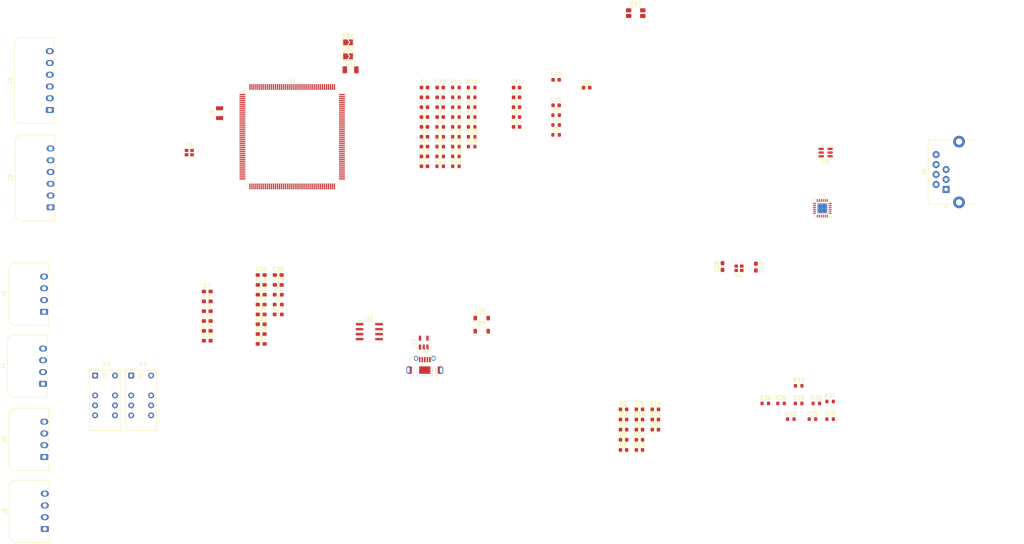
<source format=kicad_pcb>
(kicad_pcb (version 20240108) (generator "pcbnew") (generator_version "8.0")
  (layers (0 "F.Cu" jumper) (31 "B.Cu" signal) (34 "B.Paste" user) (35 "F.Paste" user) (36 "B.SilkS" user "B.Silkscreen") (37 "F.SilkS" user "F.Silkscreen") (38 "B.Mask" user) (39 "F.Mask" user) (44 "Edge.Cuts" user))
  (net 0 "")
  (net 1 "GND")
  (net 2 "/LSOSC_IN")
  (net 3 "/HSOSC_IN")
  (net 4 "/HSOSC_OUT")
  (net 5 "24V")
  (net 6 "+3V3")
  (net 7 "Net-(IC1-BOOT)")
  (net 8 "Net-(D1A-K)")
  (net 9 "Net-(IC1-SS)")
  (net 10 "5V")
  (net 11 "3V3")
  (net 12 "Net-(IC1-FB)")
  (net 13 "Net-(IC1-RT{slash}SYNC)")
  (net 14 "/QSPI_FLASH_NCS")
  (net 15 "/RESET")
  (net 28 "/INT_5V")
  (net 31 "Net-(C13-Pad1)")
  (net 33 "/QSPI_IO1")
  (net 36 "Net-(C14-Pad1)")
  (net 47 "/QSPI_CLK")
  (net 51 "/QSPI_IO3")
  (net 53 "/LSOSC_OUT")
  (net 54 "+5V")
  (net 58 "Net-(U4-XTAL2)")
  (net 61 "Net-(U4-XTAL1{slash}CLKIN)")
  (net 63 "Net-(U4-VDDCR)")
  (net 68 "Net-(U5-VBUS)")
  (net 74 "/ETH pwr LED")
  (net 77 "/QSPI_IO2")
  (net 79 "Net-(C39-Pad2)")
  (net 82 "Net-(U1-VBAT)")
  (net 91 "/24V backup LED")
  (net 92 "/QSPI_IO0")
  (net 96 "Net-(C12-Pad1)")
  (net 98 "/24V LED")
  (net 100 "/EXT_5V")
  (net 101 "Net-(D8-K)")
  (net 102 "/heartbeat LED")
  (net 115 "/FDCAN_RXD")
  (net 121 "/other debug LED")
  (net 128 "Net-(D9-K)")
  (net 130 "/CAN dataline LED")
  (net 134 "Net-(D10-K)")
  (net 136 "/24V_A")
  (net 141 "Net-(D11-K)")
  (net 146 "/STL_SWCLK")
  (net 147 "/STL_SWDIO")
  (net 148 "Net-(D12-K)")
  (net 149 "Net-(D13-K)")
  (net 150 "Net-(D14-K)")
  (net 151 "Net-(D15-K)")
  (net 152 "Net-(D16-K)")
  (net 154 "Net-(U4-LED1{slash}REGOFF)")
  (net 155 "Net-(T1-RX-)")
  (net 156 "/CAN_H")
  (net 157 "/CAN_L")
  (net 158 "/CANH_A")
  (net 159 "/CANL_A")
  (net 160 "/CANL_B")
  (net 161 "/CANH_B")
  (net 162 "/24V_B")
  (net 163 "Net-(J9-Pad8)")
  (net 164 "Net-(T1-TX-)")
  (net 165 "Net-(J9-Pad6)")
  (net 166 "Net-(T1-TX+)")
  (net 167 "Net-(T1-RX+)")
  (net 168 "/SWDIO")
  (net 169 "Net-(U4-RXER{slash}PHYAD0)")
  (net 174 "Net-(U4-RXD0{slash}MODE0)")
  (net 175 "Net-(U4-RXD1{slash}MODE1)")
  (net 176 "Net-(U4-CRS_DV{slash}MODE2)")
  (net 177 "/ETH_MDIO")
  (net 178 "Net-(U4-~{INT}{slash}REFCLKO)")
  (net 179 "Net-(U4-RBIAS)")
  (net 180 "/ETH_REF_CLK")
  (net 181 "/ETH_CRS_DV")
  (net 182 "/ETH_RXD1")
  (net 183 "/ETH_RXD0")
  (net 184 "Net-(T1-NC_3)")
  (net 185 "Net-(T1-NC_6)")
  (net 186 "Net-(U4-LED2{slash}~{INTSEL})")
  (net 187 "Net-(T1-TD+)")
  (net 188 "Net-(T1-TD-)")
  (net 189 "Net-(T1-RD+)")
  (net 192 "Net-(T1-RD-)")
  (net 193 "/SWCLK")
  (net 194 "/FLASH_SPI_MISO")
  (net 195 "/FLASH_SPI_MOSI")
  (net 196 "/ETH_TXD1")
  (net 197 "/ETH_TXEN")
  (net 198 "/ETH_MDC")
  (net 199 "/ETH_TXD0")
  (footprint "Resistor_SMD:R_0603_1608Metric" (layer "F.Cu") (at 132.2025 58.52)
    (property "Reference" "R17" (at 0 -1.43 0) (layer "F.SilkS"))
    (property "Value" "33R")
    (pad "1" smd roundrect (at -0.825 0) (size 0.8 0.95) (layers "F.Cu" "F.Paste" "F.Mask") (net 183 "/ETH_RXD0"))
    (pad "2" smd roundrect (at 0.825 0) (size 0.8 0.95) (layers "F.Cu" "F.Paste" "F.Mask") (net 174 "Net-(U4-RXD0{slash}MODE0)"))
  )
  (footprint "Capacitor_SMD:C_0603_1608Metric_Pad1.08x0.95mm_HandSolder" (layer "F.Cu") (at 68.8625 95.46)
    (property "Reference" "C7" (at 0 -1.43 0) (layer "F.SilkS"))
    (property "Value" "100n")
    (pad "1" smd roundrect (at -0.8625 0) (size 1.075 0.95) (layers "F.Cu" "F.Paste" "F.Mask") (net 6 "+3V3"))
    (pad "2" smd roundrect (at 0.8625 0) (size 1.075 0.95) (layers "F.Cu" "F.Paste" "F.Mask") (net 1 "GND"))
  )
  (footprint "Resistor_SMD:R_0603_1608Metric" (layer "F.Cu") (at 136.2125 48.48)
    (property "Reference" "R22" (at 0 -1.43 0) (layer "F.SilkS"))
    (property "Value" "10K")
    (pad "1" smd roundrect (at -0.825 0) (size 0.8 0.95) (layers "F.Cu" "F.Paste" "F.Mask") (net 1 "GND"))
    (pad "2" smd roundrect (at 0.825 0) (size 0.8 0.95) (layers "F.Cu" "F.Paste" "F.Mask") (net 186 "Net-(U4-LED2{slash}~{INTSEL})"))
  )
  (footprint "Capacitor_SMD:C_0603_1608Metric" (layer "F.Cu") (at 157.725 48)
    (property "Reference" "C21" (at 0 -1.43 0) (layer "F.SilkS"))
    (property "Value" "47u")
    (pad "1" smd roundrect (at -0.775 0) (size 0.9 0.95) (layers "F.Cu" "F.Paste" "F.Mask") (net 28 "/INT_5V"))
    (pad "2" smd roundrect (at 0.775 0) (size 0.9 0.95) (layers "F.Cu" "F.Paste" "F.Mask") (net 1 "GND"))
  )
  (footprint "Capacitor_SMD:C_0603_1608Metric" (layer "F.Cu") (at 124.1825 48.48)
    (property "Reference" "C3" (at 0 -1.43 0) (layer "F.SilkS"))
    (property "Value" "100n")
    (pad "1" smd roundrect (at -0.775 0) (size 0.9 0.95) (layers "F.Cu" "F.Paste" "F.Mask") (net 6 "+3V3"))
    (pad "2" smd roundrect (at 0.775 0) (size 0.9 0.95) (layers "F.Cu" "F.Paste" "F.Mask") (net 1 "GND"))
  )
  (footprint "Resistor_SMD:R_0603_1608Metric" (layer "F.Cu") (at 157.725 50.51)
    (property "Reference" "R3" (at 0 -1.43 0) (layer "F.SilkS"))
    (property "Value" "17.8")
    (pad "1" smd roundrect (at -0.825 0) (size 0.8 0.95) (layers "F.Cu" "F.Paste" "F.Mask") (net 28 "/INT_5V"))
    (pad "2" smd roundrect (at 0.825 0) (size 0.8 0.95) (layers "F.Cu" "F.Paste" "F.Mask") (net 12 "Net-(IC1-FB)"))
  )
  (footprint "Crystal:Crystal_SMD_2016-4Pin_2.0x1.6mm" (layer "F.Cu") (at 204.3 89.55 180)
    (property "Reference" "Y4" (at 0 -2 360) (layer "F.SilkS"))
    (property "Value" "HS_XTAL")
    (pad "1" smd rect (at -0.7 0.55 180) (size 0.9 0.8) (layers "F.Cu" "F.Paste" "F.Mask") (net 61 "Net-(U4-XTAL1{slash}CLKIN)"))
    (pad "2" smd rect (at 0.7 0.55 180) (size 0.9 0.8) (layers "F.Cu" "F.Paste" "F.Mask") (net 1 "GND"))
    (pad "3" smd rect (at 0.7 -0.55 180) (size 0.9 0.8) (layers "F.Cu" "F.Paste" "F.Mask") (net 58 "Net-(U4-XTAL2)"))
    (pad "4" smd rect (at -0.7 -0.55 180) (size 0.9 0.8) (layers "F.Cu" "F.Paste" "F.Mask") (net 1 "GND"))
  )
  (footprint "LED_SMD:LED_0603_1608Metric" (layer "F.Cu") (at 183 125.5)
    (property "Reference" "D14" (at 0 -1.43 0) (layer "F.SilkS"))
    (property "Value" "LED")
    (pad "1" smd roundrect (at -0.7875 0) (size 0.875 0.95) (layers "F.Cu" "F.Paste" "F.Mask") (net 150 "Net-(D14-K)"))
    (pad "2" smd roundrect (at 0.7875 0) (size 0.875 0.95) (layers "F.Cu" "F.Paste" "F.Mask") (net 98 "/24V LED"))
  )
  (footprint "Resistor_SMD:R_0603_1608Metric" (layer "F.Cu") (at 132.2025 43.46)
    (property "Reference" "R11" (at 0 -1.43 0) (layer "F.SilkS"))
    (property "Value" "1.5K")
    (pad "1" smd roundrect (at -0.825 0) (size 0.8 0.95) (layers "F.Cu" "F.Paste" "F.Mask") (net 11 "3V3"))
    (pad "2" smd roundrect (at 0.825 0) (size 0.8 0.95) (layers "F.Cu" "F.Paste" "F.Mask") (net 177 "/ETH_MDIO"))
  )
  (footprint "Resistor_SMD:R_0603_1608Metric" (layer "F.Cu") (at 211 124)
    (property "Reference" "R36" (at 0 -1.43 0) (layer "F.SilkS"))
    (property "Value" "330R")
    (pad "1" smd roundrect (at -0.825 0) (size 0.8 0.95) (layers "F.Cu" "F.Paste" "F.Mask") (net 152 "Net-(D16-K)"))
    (pad "2" smd roundrect (at 0.825 0) (size 0.8 0.95) (layers "F.Cu" "F.Paste" "F.Mask") (net 1 "GND"))
  )
  (footprint "Resistor_SMD:R_0603_1608Metric" (layer "F.Cu") (at 136.2125 50.99)
    (property "Reference" "R23" (at 0 -1.43 0) (layer "F.SilkS"))
    (property "Value" "49.9R")
    (pad "1" smd roundrect (at -0.825 0) (size 0.8 0.95) (layers "F.Cu" "F.Paste" "F.Mask") (net 74 "/ETH pwr LED"))
    (pad "2" smd roundrect (at 0.825 0) (size 0.8 0.95) (layers "F.Cu" "F.Paste" "F.Mask") (net 187 "Net-(T1-TD+)"))
  )
  (footprint "Button_Switch_SMD:SW_SPST_EVQP7A" (layer "F.Cu") (at 178 24.5)
    (property "Reference" "SW1" (at 0 -2.5 0) (layer "F.SilkS"))
    (property "Value" "RST_BTN")
    (pad "1" smd roundrect (at -1.8 -0.72) (size 1.4 1.05) (layers "F.Cu" "F.Paste" "F.Mask") (roundrect_rratio 0.2380952381) (net 1 "GND"))
    (pad "1" smd roundrect (at 1.8 -0.72) (size 1.4 1.05) (layers "F.Cu" "F.Paste" "F.Mask") (roundrect_rratio 0.2380952381) (net 1 "GND"))
    (pad "2" smd roundrect (at -1.8 0.72) (size 1.4 1.05) (layers "F.Cu" "F.Paste" "F.Mask") (roundrect_rratio 0.2380952381) (net 15 "/RESET"))
    (pad "2" smd roundrect (at 1.8 0.72) (size 1.4 1.05) (layers "F.Cu" "F.Paste" "F.Mask") (roundrect_rratio 0.2380952381) (net 15 "/RESET"))
  )
  (footprint "Resistor_SMD:R_0603_1608Metric" (layer "F.Cu") (at 224 124)
    (property "Reference" "R35" (at 0 -1.43 0) (layer "F.SilkS"))
    (property "Value" "330R")
    (pad "1" smd roundrect (at -0.825 0) (size 0.8 0.95) (layers "F.Cu" "F.Paste" "F.Mask") (net 151 "Net-(D15-K)"))
    (pad "2" smd roundrect (at 0.825 0) (size 0.8 0.95) (layers "F.Cu" "F.Paste" "F.Mask") (net 1 "GND"))
  )
  (footprint "Connector_Molex:Molex_Micro-Fit_3.0_43650-0400_1x04_P3.00mm_Horizontal" (layer "F.Cu") (at 27.37 137.65 90)
    (property "Reference" "J5" (at 4.5 -10.12 90) (layer "F.SilkS"))
    (property "Value" "molex ultrafit")
    (pad "" np_thru_hole circle (at 2.15 -4.32 90) (size 3 3) (drill 3) (layers "*.Cu" "*.Mask"))
    (pad "" np_thru_hole circle (at 6.85 -4.32 90) (size 3 3) (drill 3) (layers "*.Cu" "*.Mask"))
    (pad "1" thru_hole roundrect (at 0 0 90) (size 1.5 2.02) (drill 1.02) (layers "*.Cu" "*.Mask") (roundrect_rratio 0.166667) (net 162 "/24V_B"))
    (pad "2" thru_hole oval (at 3 0 90) (size 1.5 2.02) (drill 1.02) (layers "*.Cu" "*.Mask") (net 161 "/CANH_B"))
    (pad "3" thru_hole oval (at 6 0 90) (size 1.5 2.02) (drill 1.02) (layers "*.Cu" "*.Mask") (net 160 "/CANL_B"))
    (pad "4" thru_hole oval (at 9 0 90) (size 1.5 2.02) (drill 1.02) (layers "*.Cu" "*.Mask") (net 1 "GND"))
  )
  (footprint "Capacitor_SMD:C_0603_1608Metric" (layer "F.Cu") (at 124.1825 45.97)
    (property "Reference" "C2" (at 0 -1.43 0) (layer "F.SilkS"))
    (property "Value" "100n")
    (pad "1" smd roundrect (at -0.775 0) (size 0.9 0.95) (layers "F.Cu" "F.Paste" "F.Mask") (net 6 "+3V3"))
    (pad "2" smd roundrect (at 0.775 0) (size 0.9 0.95) (layers "F.Cu" "F.Paste" "F.Mask") (net 1 "GND"))
  )
  (footprint "Resistor_SMD:R_0603_1608Metric_Pad0.98x0.95mm_HandSolder" (layer "F.Cu") (at 86.9525 98.79)
    (property "Reference" "R2" (at 0 -1.43 0) (layer "F.SilkS"))
    (property "Value" "47R")
    (pad "1" smd roundrect (at -0.9125 0) (size 0.975 0.95) (layers "F.Cu" "F.Paste" "F.Mask") (net 147 "/STL_SWDIO"))
    (pad "2" smd roundrect (at 0.9125 0) (size 0.975 0.95) (layers "F.Cu" "F.Paste" "F.Mask") (net 168 "/SWDIO"))
  )
  (footprint "Capacitor_SMD:C_0603_1608Metric" (layer "F.Cu") (at 124.1825 53.5)
    (property "Reference" "C5" (at 0 -1.43 0) (layer "F.SilkS"))
    (property "Value" "100n")
    (pad "1" smd roundrect (at -0.775 0) (size 0.9 0.95) (layers "F.Cu" "F.Paste" "F.Mask") (net 6 "+3V3"))
    (pad "2" smd roundrect (at 0.775 0) (size 0.9 0.95) (layers "F.Cu" "F.Paste" "F.Mask") (net 1 "GND"))
  )
  (footprint "Capacitor_SMD:C_0603_1608Metric_Pad1.08x0.95mm_HandSolder" (layer "F.Cu") (at 82.6025 103.81)
    (property "Reference" "C35" (at 0 -1.43 0) (layer "F.SilkS"))
    (property "Value" "100n")
    (pad "1" smd roundrect (at -0.8625 0) (size 1.075 0.95) (layers "F.Cu" "F.Paste" "F.Mask") (net 74 "/ETH pwr LED"))
    (pad "2" smd roundrect (at 0.8625 0) (size 1.075 0.95) (layers "F.Cu" "F.Paste" "F.Mask") (net 1 "GND"))
  )
  (footprint "Resistor_SMD:R_0603_1608Metric" (layer "F.Cu") (at 132.2025 45.97)
    (property "Reference" "R12" (at 0 -1.43 0) (layer "F.SilkS"))
    (property "Value" "10K")
    (pad "1" smd roundrect (at -0.825 0) (size 0.8 0.95) (layers "F.Cu" "F.Paste" "F.Mask") (net 11 "3V3"))
    (pad "2" smd roundrect (at 0.825 0) (size 0.8 0.95) (layers "F.Cu" "F.Paste" "F.Mask") (net 178 "Net-(U4-~{INT}{slash}REFCLKO)"))
  )
  (footprint "Diode_SMD:D_0603_1608Metric" (layer "F.Cu") (at 174.9 125.5)
    (property "Reference" "D2" (at 0 -1.43 0) (layer "F.SilkS"))
    (property "Value" "D")
    (pad "1" smd roundrect (at -0.7875 0) (size 0.875 0.95) (layers "F.Cu" "F.Paste" "F.Mask") (net 5 "24V"))
    (pad "2" smd roundrect (at 0.7875 0) (size 0.875 0.95) (layers "F.Cu" "F.Paste" "F.Mask") (net 91 "/24V backup LED"))
  )
  (footprint "LED_SMD:LED_0603_1608Metric" (layer "F.Cu") (at 183 128.09)
    (property "Reference" "D15" (at 0 -1.43 0) (layer "F.SilkS"))
    (property "Value" "LED")
    (pad "1" smd roundrect (at -0.7875 0) (size 0.875 0.95) (layers "F.Cu" "F.Paste" "F.Mask") (net 151 "Net-(D15-K)"))
    (pad "2" smd roundrect (at 0.7875 0) (size 0.875 0.95) (layers "F.Cu" "F.Paste" "F.Mask") (net 10 "5V"))
  )
  (footprint "Package_TO_SOT_SMD:SOT-23-5" (layer "F.Cu") (at 124 108.5 90)
    (property "Reference" "U3" (at 0 -2.4 90) (layer "F.SilkS"))
    (property "Value" "SP0504BAHTG")
    (pad "1" smd roundrect (at -1.1375 -0.95 90) (size 1.325 0.6) (layers "F.Cu" "F.Paste" "F.Mask") (net 146 "/STL_SWCLK"))
    (pad "2" smd roundrect (at -1.1375 0 90) (size 1.325 0.6) (layers "F.Cu" "F.Paste" "F.Mask") (net 1 "GND"))
    (pad "3" smd roundrect (at -1.1375 0.95 90) (size 1.325 0.6) (layers "F.Cu" "F.Paste" "F.Mask") (net 147 "/STL_SWDIO"))
    (pad "4" smd roundrect (at 1.1375 0.95 90) (size 1.325 0.6) (layers "F.Cu" "F.Paste" "F.Mask"))
    (pad "5" smd roundrect (at 1.1375 -0.95 90) (size 1.325 0.6) (layers "F.Cu" "F.Paste" "F.Mask") (net 15 "/RESET"))
  )
  (footprint "Diode_SMD:D_SOD-123" (layer "F.Cu") (at 138.7675 102.24)
    (property "Reference" "D6" (at 0 -2 0) (layer "F.SilkS"))
    (property "Value" "PMEG6020AELRX")
    (pad "1" smd roundrect (at -1.65 0) (size 0.9 1.2) (layers "F.Cu" "F.Paste" "F.Mask") (net 54 "+5V"))
    (pad "2" smd roundrect (at 1.65 0) (size 0.9 1.2) (layers "F.Cu" "F.Paste" "F.Mask") (net 28 "/INT_5V"))
  )
  (footprint "LED_SMD:LED_0603_1608Metric" (layer "F.Cu") (at 183 130.68)
    (property "Reference" "D16" (at 0 -1.43 0) (layer "F.SilkS"))
    (property "Value" "LED")
    (pad "1" smd roundrect (at -0.7875 0) (size 0.875 0.95) (layers "F.Cu" "F.Paste" "F.Mask") (net 152 "Net-(D16-K)"))
    (pad "2" smd roundrect (at 0.7875 0) (size 0.875 0.95) (layers "F.Cu" "F.Paste" "F.Mask") (net 6 "+3V3"))
  )
  (footprint "Capacitor_SMD:C_0603_1608Metric" (layer "F.Cu") (at 128.1925 43.46)
    (property "Reference" "C22" (at 0 -1.43 0) (layer "F.SilkS"))
    (property "Value" "1u")
    (pad "1" smd roundrect (at -0.775 0) (size 0.9 0.95) (layers "F.Cu" "F.Paste" "F.Mask") (net 10 "5V"))
    (pad "2" smd roundrect (at 0.775 0) (size 0.9 0.95) (layers "F.Cu" "F.Paste" "F.Mask") (net 1 "GND"))
  )
  (footprint "Resistor_SMD:R_0603_1608Metric" (layer "F.Cu") (at 128.1925 63.54)
    (property "Reference" "R10" (at 0 -1.43 0) (layer "F.SilkS"))
    (property "Value" "10K")
    (pad "1" smd roundrect (at -0.825 0) (size 0.8 0.95) (layers "F.Cu" "F.Paste" "F.Mask") (net 11 "3V3"))
    (pad "2" smd roundrect (at 0.825 0) (size 0.8 0.95) (layers "F.Cu" "F.Paste" "F.Mask") (net 176 "Net-(U4-CRS_DV{slash}MODE2)"))
  )
  (footprint "Capacitor_SMD:C_1206_3216Metric" (layer "F.Cu") (at 105.375 38.95)
    (property "Reference" "C11" (at 0 -1.85 0) (layer "F.SilkS"))
    (property "Value" "330u")
    (pad "1" smd roundrect (at -1.475 0) (size 1.15 1.8) (layers "F.Cu" "F.Paste" "F.Mask") (roundrect_rratio 0.217391) (net 1 "GND"))
    (pad "2" smd roundrect (at 1.475 0) (size 1.15 1.8) (layers "F.Cu" "F.Paste" "F.Mask") (roundrect_rratio 0.217391) (net 82 "Net-(U1-VBAT)"))
  )
  (footprint "Resistor_SMD:R_0603_1608Metric" (layer "F.Cu") (at 136.2125 56.01)
    (property "Reference" "R25" (at 0 -1.43 0) (layer "F.SilkS"))
    (property "Value" "49.9R")
    (pad "1" smd roundrect (at -0.825 0) (size 0.8 0.95) (layers "F.Cu" "F.Paste" "F.Mask") (net 74 "/ETH pwr LED"))
    (pad "2" smd roundrect (at 0.825 0) (size 0.8 0.95) (layers "F.Cu" "F.Paste" "F.Mask") (net 189 "Net-(T1-RD+)"))
  )
  (footprint "Resistor_SMD:R_0603_1608Metric" (layer "F.Cu") (at 128.1925 53.5)
    (property "Reference" "R6" (at 0 -1.43 0) (layer "F.SilkS"))
    (property "Value" "120R")
    (pad "1" smd roundrect (at -0.825 0) (size 0.8 0.95) (layers "F.Cu" "F.Paste" "F.Mask") (net 156 "/CAN_H"))
    (pad "2" smd roundrect (at 0.825 0) (size 0.8 0.95) (layers "F.Cu" "F.Paste" "F.Mask") (net 157 "/CAN_L"))
  )
  (footprint "Resistor_SMD:R_0603_1608Metric" (layer "F.Cu") (at 132.2025 53.5)
    (property "Reference" "R15" (at 0 -1.43 0) (layer "F.SilkS"))
    (property "Value" "33R")
    (pad "1" smd roundrect (at -0.825 0) (size 0.8 0.95) (layers "F.Cu" "F.Paste" "F.Mask") (net 181 "/ETH_CRS_DV"))
    (pad "2" smd roundrect (at 0.825 0) (size 0.8 0.95) (layers "F.Cu" "F.Paste" "F.Mask") (net 176 "Net-(U4-CRS_DV{slash}MODE2)"))
  )
  (footprint "Connector_Molex:Molex_Micro-Fit_3.0_43650-0600_1x06_P3.00mm_Horizontal" (layer "F.Cu") (at 28.77 49.2 90)
    (property "Reference" "J2" (at 7.5 -10.12 90) (layer "F.SilkS"))
    (property "Value" "melex ultra fit")
    (pad "" np_thru_hole circle (at 2.15 -4.32 90) (size 3 3) (drill 3) (layers "*.Cu" "*.Mask"))
    (pad "" np_thru_hole circle (at 12.85 -4.32 90) (size 3 3) (drill 3) (layers "*.Cu" "*.Mask"))
    (pad "1" thru_hole roundrect (at 0 0 90) (size 1.5 2.02) (drill 1.02) (layers "*.Cu" "*.Mask") (roundrect_rratio 0.166667) (net 1 "GND"))
    (pad "2" thru_hole oval (at 3 0 90) (size 1.5 2.02) (drill 1.02) (layers "*.Cu" "*.Mask") (net 1 "GND"))
    (pad "3" thru_hole oval (at 6 0 90) (size 1.5 2.02) (drill 1.02) (layers "*.Cu" "*.Mask") (net 156 "/CAN_H"))
    (pad "4" thru_hole oval (at 9 0 90) (size 1.5 2.02) (drill 1.02) (layers "*.Cu" "*.Mask") (net 157 "/CAN_L"))
    (pad "5" thru_hole oval (at 12 0 90) (size 1.5 2.02) (drill 1.02) (layers "*.Cu" "*.Mask") (net 98 "/24V LED"))
    (pad "6" thru_hole oval (at 15 0 90) (size 1.5 2.02) (drill 1.02) (layers "*.Cu" "*.Mask") (net 91 "/24V backup LED"))
  )
  (footprint "Diode_SMD:D_0603_1608Metric" (layer "F.Cu") (at 165.5 43.5)
    (property "Reference" "D1" (at 0 -1.43 0) (layer "F.SilkS"))
    (property "Value" "32V, 6A")
    (pad "1" smd roundrect (at -0.7875 0) (size 0.875 0.95) (layers "F.Cu" "F.Paste" "F.Mask") (net 1 "GND"))
    (pad "2" smd roundrect (at 0.7875 0) (size 0.875 0.95) (layers "F.Cu" "F.Paste" "F.Mask") (net 8 "Net-(D1A-K)"))
  )
  (footprint "Resistor_SMD:R_0603_1608Metric" (layer "F.Cu") (at 132.2025 61.03)
    (property "Reference" "R18" (at 0 -1.43 0) (layer "F.SilkS"))
    (property "Value" "75R")
    (pad "1" smd roundrect (at -0.825 0) (size 0.8 0.95) (layers "F.Cu" "F.Paste" "F.Mask") (net 184 "Net-(T1-NC_3)"))
    (pad "2" smd roundrect (at 0.825 0) (size 0.8 0.95) (layers "F.Cu" "F.Paste" "F.Mask") (net 79 "Net-(C39-Pad2)"))
  )
  (footprint "Resistor_SMD:R_0603_1608Metric" (layer "F.Cu") (at 136.2125 45.97)
    (property "Reference" "R21" (at 0 -1.43 0) (layer "F.SilkS"))
    (property "Value" "75R")
    (pad "1" smd roundrect (at -0.825 0) (size 0.8 0.95) (layers "F.Cu" "F.Paste" "F.Mask") (net 1 "GND"))
    (pad "2" smd roundrect (at 0.825 0) (size 0.8 0.95) (layers "F.Cu" "F.Paste" "F.Mask") (net 163 "Net-(J9-Pad8)"))
  )
  (footprint "Package_SO:SOIC-8_3.9x4.9mm_P1.27mm" (layer "F.Cu") (at 110.1425 105.7)
    (property "Reference" "U2" (at 0 -3.4 0) (layer "F.SilkS"))
    (property "Value" "MCP2562FD")
    (pad "1" smd roundrect (at -2.475 -1.905) (size 1.95 0.6) (layers "F.Cu" "F.Paste" "F.Mask") (net 130 "/CAN dataline LED"))
    (pad "2" smd roundrect (at -2.475 -0.635) (size 1.95 0.6) (layers "F.Cu" "F.Paste" "F.Mask") (net 1 "GND"))
    (pad "3" smd roundrect (at -2.475 0.635) (size 1.95 0.6) (layers "F.Cu" "F.Paste" "F.Mask") (net 54 "+5V"))
    (pad "4" smd roundrect (at -2.475 1.905) (size 1.95 0.6) (layers "F.Cu" "F.Paste" "F.Mask") (net 115 "/FDCAN_RXD"))
    (pad "5" smd roundrect (at 2.475 1.905) (size 1.95 0.6) (layers "F.Cu" "F.Paste" "F.Mask") (net 11 "3V3"))
    (pad "6" smd roundrect (at 2.475 0.635) (size 1.95 0.6) (layers "F.Cu" "F.Paste" "F.Mask") (net 157 "/CAN_L"))
    (pad "7" smd roundrect (at 2.475 -0.635) (size 1.95 0.6) (layers "F.Cu" "F.Paste" "F.Mask") (net 156 "/CAN_H"))
    (pad "8" smd roundrect (at 2.475 -1.905) (size 1.95 0.6) (layers "F.Cu" "F.Paste" "F.Mask") (net 11 "3V3"))
  )
  (footprint "Capacitor_SMD:C_0603_1608Metric_Pad1.08x0.95mm_HandSolder" (layer "F.Cu") (at 82.6025 108.83)
    (property "Reference" "C37" (at 0 -1.43 0) (layer "F.SilkS"))
    (property "Value" "100n")
    (pad "1" smd roundrect (at -0.8625 0) (size 1.075 0.95) (layers "F.Cu" "F.Paste" "F.Mask") (net 74 "/ETH pwr LED"))
    (pad "2" smd roundrect (at 0.8625 0) (size 1.075 0.95) (layers "F.Cu" "F.Paste" "F.Mask") (net 1 "GND"))
  )
  (footprint "Resistor_SMD:R_0603_1608Metric" (layer "F.Cu") (at 215 124)
    (property "Reference" "R28" (at 0 -1.43 0) (layer "F.SilkS"))
    (property "Value" "330R")
    (pad "1" smd roundrect (at -0.825 0) (size 0.8 0.95) (layers "F.Cu" "F.Paste" "F.Mask") (net 101 "Net-(D8-K)"))
    (pad "2" smd roundrect (at 0.825 0) (size 0.8 0.95) (layers "F.Cu" "F.Paste" "F.Mask") (net 1 "GND"))
  )
  (footprint "Capacitor_SMD:C_0603_1608Metric_Pad1.08x0.95mm_HandSolder" (layer "F.Cu") (at 82.6025 98.79)
    (property "Reference" "C33" (at 0 -1.43 0) (layer "F.SilkS"))
    (property "Value" "100n")
    (pad "1" smd roundrect (at -0.8625 0) (size 1.075 0.95) (layers "F.Cu" "F.Paste" "F.Mask") (net 11 "3V3"))
    (pad "2" smd roundrect (at 0.8625 0) (size 1.075 0.95) (layers "F.Cu" "F.Paste" "F.Mask") (net 68 "Net-(U5-VBUS)"))
  )
  (footprint "Capacitor_SMD:C_0603_1608Metric_Pad1.08x0.95mm_HandSolder" (layer "F.Cu") (at 200.1 89.1 90)
    (property "Reference" "C28" (at 0 -1.43 90) (layer "F.SilkS"))
    (property "Value" "5.6p")
    (pad "1" smd roundrect (at -0.8625 0 90) (size 1.075 0.95) (layers "F.Cu" "F.Paste" "F.Mask") (net 58 "Net-(U4-XTAL2)"))
    (pad "2" smd roundrect (at 0.8625 0 90) (size 1.075 0.95) (layers "F.Cu" "F.Paste" "F.Mask") (net 1 "GND"))
  )
  (footprint "Resistor_SMD:R_0603_1608Metric" (layer "F.Cu") (at 132.2025 56.01)
    (property "Reference" "R16" (at 0 -1.43 0) (layer "F.SilkS"))
    (property "Value" "33R")
    (pad "1" smd roundrect (at -0.825 0) (size 0.8 0.95) (layers "F.Cu" "F.Paste" "F.Mask") (net 182 "/ETH_RXD1"))
    (pad "2" smd roundrect (at 0.825 0) (size 0.8 0.95) (layers "F.Cu" "F.Paste" "F.Mask") (net 175 "Net-(U4-RXD1{slash}MODE1)"))
  )
  (footprint "Capacitor_SMD:C_0603_1608Metric_Pad1.08x0.95mm_HandSolder" (layer "F.Cu") (at 82.6025 106.32)
    (property "Reference" "C36" (at 0 -1.43 0) (layer "F.SilkS"))
    (property "Value" "10u")
    (pad "1" smd roundrect (at -0.8625 0) (size 1.075 0.95) (layers "F.Cu" "F.Paste" "F.Mask") (net 74 "/ETH pwr LED"))
    (pad "2" smd roundrect (at 0.8625 0) (size 1.075 0.95) (layers "F.Cu" "F.Paste" "F.Mask") (net 1 "GND"))
  )
  (footprint "LED_SMD:LED_0603_1608Metric" (layer "F.Cu") (at 174.9 135.86)
    (property "Reference" "D8" (at 0 -1.43 0) (layer "F.SilkS"))
    (property "Value" "LED")
    (pad "1" smd roundrect (at -0.7875 0) (size 0.875 0.95) (layers "F.Cu" "F.Paste" "F.Mask") (net 101 "Net-(D8-K)"))
    (pad "2" smd roundrect (at 0.7875 0) (size 0.875 0.95) (layers "F.Cu" "F.Paste" "F.Mask") (net 102 "/heartbeat LED"))
  )
  (footprint "Capacitor_SMD:C_0603_1608Metric_Pad1.08x0.95mm_HandSolder" (layer "F.Cu") (at 86.9525 91.26)
    (property "Reference" "C38" (at 0 -1.43 0) (layer "F.SilkS"))
    (property "Value" "100n")
    (pad "1" smd roundrect (at -0.8625 0) (size 1.075 0.95) (layers "F.Cu" "F.Paste" "F.Mask") (net 74 "/ETH pwr LED"))
    (pad "2" smd roundrect (at 0.8625 0) (size 1.075 0.95) (layers "F.Cu" "F.Paste" "F.Mask") (net 1 "GND"))
  )
  (footprint "Diode_SMD:D_SOD-123" (layer "F.Cu") (at 138.7675 105.59)
    (property "Reference" "D7" (at 0 -2 0) (layer "F.SilkS"))
    (property "Value" "PMEG6020AELRX")
    (pad "1" smd roundrect (at -1.65 0) (size 0.9 1.2) (layers "F.Cu" "F.Paste" "F.Mask") (net 54 "+5V"))
    (pad "2" smd roundrect (at 1.65 0) (size 0.9 1.2) (layers "F.Cu" "F.Paste" "F.Mask") (net 100 "/EXT_5V"))
  )
  (footprint "LED_SMD:LED_0603_1608Metric" (layer "F.Cu") (at 178.95 128.09)
    (property "Reference" "D10" (at 0 -1.43 0) (layer "F.SilkS"))
    (property "Value" "LED")
    (pad "1" smd roundrect (at -0.7875 0) (size 0.875 0.95) (layers "F.Cu" "F.Paste" "F.Mask") (net 134 "Net-(D10-K)"))
    (pad "2" smd roundrect (at 0.7875 0) (size 0.875 0.95) (layers "F.Cu" "F.Paste" "F.Mask") (net 130 "/CAN dataline LED"))
  )
  (footprint "LED_SMD:LED_0603_1608Metric" (layer "F.Cu") (at 178.95 125.5)
    (property "Reference" "D9" (at 0 -1.43 0) (layer "F.SilkS"))
    (property "Value" "LED")
    (pad "1" smd roundrect (at -0.7875 0) (size 0.875 0.95) (layers "F.Cu" "F.Paste" "F.Mask") (net 128 "Net-(D9-K)"))
    (pad "2" smd roundrect (at 0.7875 0) (size 0.875 0.95) (layers "F.Cu" "F.Paste" "F.Mask") (net 121 "/other debug LED"))
  )
  (footprint "Resistor_SMD:R_0603_1608Metric" (layer "F.Cu") (at 223 128)
    (property "Reference" "R31" (at 0 -1.43 0) (layer "F.SilkS"))
    (property "Value" "330R")
    (pad "1" smd roundrect (at -0.825 0) (size 0.8 0.95) (layers "F.Cu" "F.Paste" "F.Mask") (net 141 "Net-(D11-K)"))
    (pad "2" smd roundrect (at 0.825 0) (size 0.8 0.95) (layers "F.Cu" "F.Paste" "F.Mask") (net 1 "GND"))
  )
  (footprint "Diode_SMD:D_0603_1608Metric" (layer "F.Cu") (at 174.9 130.68)
    (property "Reference" "D4" (at 0 -1.43 0) (layer "F.SilkS"))
    (property "Value" "D")
    (pad "1" smd roundrect (at -0.7875 0) (size 0.875 0.95) (layers "F.Cu" "F.Paste" "F.Mask") (net 5 "24V"))
    (pad "2" smd roundrect (at 0.7875 0) (size 0.875 0.95) (layers "F.Cu" "F.Paste" "F.Mask") (net 162 "/24V_B"))
  )
  (footprint "Resistor_SMD:R_0603_1608Metric_Pad0.98x0.95mm_HandSolder" (layer "F.Cu") (at 86.9525 101.3)
    (property "Reference" "R27" (at 0 -1.43 0) (layer "F.SilkS"))
    (property "Value" "47R")
    (pad "1" smd roundrect (at -0.9125 0) (size 0.975 0.95) (layers "F.Cu" "F.Paste" "F.Mask") (net 146 "/STL_SWCLK"))
    (pad "2" smd roundrect (at 0.9125 0) (size 0.975 0.95) (layers "F.Cu" "F.Paste" "F.Mask") (net 193 "/SWCLK"))
  )
  (footprint "Resistor_SMD:R_0603_1608Metric" (layer "F.Cu") (at 136.2125 43.46)
    (property "Reference" "R20" (at 0 -1.43 0) (layer "F.SilkS"))
    (property "Value" "75R")
    (pad "1" smd roundrect (at -0.825 0) (size 0.8 0.95) (layers "F.Cu" "F.Paste" "F.Mask") (net 1 "GND"))
    (pad "2" smd roundrect (at 0.825 0) (size 0.8 0.95) (layers "F.Cu" "F.Paste" "F.Mask") (net 165 "Net-(J9-Pad6)"))
  )
  (footprint "Resistor_SMD:R_0603_1608Metric" (layer "F.Cu") (at 128.1925 61.03)
    (property "Reference" "R9" (at 0 -1.43 0) (layer "F.SilkS"))
    (property "Value" "10K")
    (pad "1" smd roundrect (at -0.825 0) (size 0.8 0.95) (layers "F.Cu" "F.Paste" "F.Mask") (net 11 "3V3"))
    (pad "2" smd roundrect (at 0.825 0) (size 0.8 0.95) (layers "F.Cu" "F.Paste" "F.Mask") (net 175 "Net-(U4-RXD1{slash}MODE1)"))
  )
  (footprint "Resistor_SMD:R_0603_1608Metric" (layer "F.Cu") (at 157.725 55.53)
    (property "Reference" "R5" (at 0 -1.43 0) (layer "F.SilkS"))
    (property "Value" "49.9k")
    (pad "1" smd roundrect (at -0.825 0) (size 0.8 0.95) (layers "F.Cu" "F.Paste" "F.Mask") (net 13 "Net-(IC1-RT{slash}SYNC)"))
    (pad "2" smd roundrect (at 0.825 0) (size 0.8 0.95) (layers "F.Cu" "F.Paste" "F.Mask") (net 1 "GND"))
  )
  (footprint "Crystal:Crystal_SMD_3215-2Pin_3.2x1.5mm" (layer "F.Cu") (at 72 50 90)
    (property "Reference" "Y2" (at 0 -2 90) (layer "F.SilkS"))
    (property "Value" "LS_XTAL")
    (pad "1" smd rect (at 1.25 0 90) (size 1 1.8) (layers "F.Cu" "F.Paste" "F.Mask") (net 2 "/LSOSC_IN"))
    (pad "2" smd rect (at -1.25 0 90) (size 1 1.8) (layers "F.Cu" "F.Paste" "F.Mask") (net 53 "/LSOSC_OUT"))
  )
  (footprint "Capacitor_SMD:C_0603_1608Metric" (layer "F.Cu") (at 124.1825 56.01)
    (property "Reference" "C6" (at 0 -1.43 0) (layer "F.SilkS"))
    (property "Value" "100n")
    (pad "1" smd roundrect (at -0.775 0) (size 0.9 0.95) (layers "F.Cu" "F.Paste" "F.Mask") (net 6 "+3V3"))
    (pad "2" smd roundrect (at 0.775 0) (size 0.9 0.95) (layers "F.Cu" "F.Paste" "F.Mask") (net 1 "GND"))
  )
  (footprint "Capacitor_SMD:C_0603_1608Metric_Pad1.08x0.95mm_HandSolder" (layer "F.Cu") (at 82.6025 101.3)
    (property "Reference" "C34" (at 0 -1.43 0) (layer "F.SilkS"))
    (property "Value" "100n")
    (pad "1" smd roundrect (at -0.8625 0) (size 1.075 0.95) (layers "F.Cu" "F.Paste" "F.Mask") (net 74 "/ETH pwr LED"))
    (pad "2" smd roundrect (at 0.8625 0) (size 1.075 0.95) (layers "F.Cu" "F.Paste" "F.Mask") (net 1 "GND"))
  )
  (footprint "Package_TO_SOT_SMD:SOT-23-6" (layer "F.Cu") (at 226.3625 60.05 180)
    (property "Reference" "U5" (at 0 -2.4 360) (layer "F.SilkS"))
    (property "Value" "USBLC6-4SC6")
    (pad "1" smd roundrect (at -1.1375 -0.95 180) (size 1.325 0.6) (layers "F.Cu" "F.Paste" "F.Mask") (net 187 "Net-(T1-TD+)"))
    (pad "2" smd roundrect (at -1.1375 0 180) (size 1.325 0.6) (layers "F.Cu" "F.Paste" "F.Mask") (net 1 "GND"))
    (pad "3" smd roundrect (at -1.1375 0.95 180) (size 1.325 0.6) (layers "F.Cu" "F.Paste" "F.Mask") (net 188 "Net-(T1-TD-)"))
    (pad "4" smd roundrect (at 1.1375 0.95 180) (size 1.325 0.6) (layers "F.Cu" "F.Paste" "F.Mask") (net 189 "Net-(T1-RD+)"))
    (pad "5" smd roundrect (at 1.1375 0 180) (size 1.325 0.6) (layers "F.Cu" "F.Paste" "F.Mask") (net 68 "Net-(U5-VBUS)"))
    (pad "6" smd roundrect (at 1.1375 -0.95 180) (size 1.325 0.6) (layers "F.Cu" "F.Paste" "F.Mask") (net 192 "Net-(T1-RD-)"))
  )
  (footprint "Resistor_SMD:R_0603_1608Metric" (layer "F.Cu") (at 128.1925 56.01)
    (property "Reference" "R7" (at 0 -1.43 0) (layer "F.SilkS"))
    (property "Value" "10K")
    (pad "1" smd roundrect (at -0.825 0) (size 0.8 0.95) (layers "F.Cu" "F.Paste" "F.Mask") (net 1 "GND"))
    (pad "2" smd roundrect (at 0.825 0) (size 0.8 0.95) (layers "F.Cu" "F.Paste" "F.Mask") (net 169 "Net-(U4-RXER{slash}PHYAD0)"))
  )
  (footprint "Package_DFN_QFN:VQFN-24-1EP_4x4mm_P0.5mm_EP2.45x2.45mm_ThermalVias" (layer "F.Cu") (at 225.5125 74.25)
    (property "Reference" "U4" (at 0 -3.33 0) (layer "F.SilkS"))
    (property "Value" "LAN8742A")
    (pad "1" smd roundrect (at -1.9875 -1.25) (size 0.775 0.25) (layers "F.Cu" "F.Paste" "F.Mask") (net 74 "/ETH pwr LED"))
    (pad "2" smd roundrect (at -1.9875 -0.75) (size 0.775 0.25) (layers "F.Cu" "F.Paste" "F.Mask") (net 186 "Net-(U4-LED2{slash}~{INTSEL})"))
    (pad "3" smd roundrect (at -1.9875 -0.25) (size 0.775 0.25) (layers "F.Cu" "F.Paste" "F.Mask") (net 154 "Net-(U4-LED1{slash}REGOFF)"))
    (pad "4" smd roundrect (at -1.9875 0.25) (size 0.775 0.25) (layers "F.Cu" "F.Paste" "F.Mask") (net 58 "Net-(U4-XTAL2)"))
    (pad "5" smd roundrect (at -1.9875 0.75) (size 0.775 0.25) (layers "F.Cu" "F.Paste" "F.Mask") (net 61 "Net-(U4-XTAL1{slash}CLKIN)"))
    (pad "6" smd roundrect (at -1.9875 1.25) (size 0.775 0.25) (layers "F.Cu" "F.Paste" "F.Mask") (net 63 "Net-(U4-VDDCR)"))
    (pad "7" smd roundrect (at -1.25 1.9875) (size 0.25 0.775) (layers "F.Cu" "F.Paste" "F.Mask") (net 175 "Net-(U4-RXD1{slash}MODE1)"))
    (pad "8" smd roundrect (at -0.75 1.9875) (size 0.25 0.775) (layers "F.Cu" "F.Paste" "F.Mask") (net 174 "Net-(U4-RXD0{slash}MODE0)"))
    (pad "9" smd roundrect (at -0.25 1.9875) (size 0.25 0.775) (layers "F.Cu" "F.Paste" "F.Mask") (net 11 "3V3"))
    (pad "10" smd roundrect (at 0.25 1.9875) (size 0.25 0.775) (layers "F.Cu" "F.Paste" "F.Mask") (net 169 "Net-(U4-RXER{slash}PHYAD0)"))
    (pad "11" smd roundrect (at 0.75 1.9875) (size 0.25 0.775) (layers "F.Cu" "F.Paste" "F.Mask") (net 176 "Net-(U4-CRS_DV{slash}MODE2)"))
    (pad "12" smd roundrect (at 1.25 1.9875) (size 0.25 0.775) (layers "F.Cu" "F.Paste" "F.Mask") (net 177 "/ETH_MDIO"))
    (pad "13" smd roundrect (at 1.9875 1.25) (size 0.775 0.25) (layers "F.Cu" "F.Paste" "F.Mask") (net 198 "/ETH_MDC"))
    (pad "14" smd roundrect (at 1.9875 0.75) (size 0.775 0.25) (layers "F.Cu" "F.Paste" "F.Mask") (net 178 "Net-(U4-~{INT}{slash}REFCLKO)"))
    (pad "15" smd roundrect (at 1.9875 0.25) (size 0.775 0.25) (layers "F.Cu" "F.Paste" "F.Mask") (net 15 "/RESET"))
    (pad "16" smd roundrect (at 1.9875 -0.25) (size 0.775 0.25) (layers "F.Cu" "F.Paste" "F.Mask") (net 197 "/ETH_TXEN"))
    (pad "17" smd roundrect (at 1.9875 -0.75) (size 0.775 0.25) (layers "F.Cu" "F.Paste" "F.Mask") (net 199 "/ETH_TXD0"))
    (pad "18" smd roundrect (at 1.9875 -1.25) (size 0.775 0.25) (layers "F.Cu" "F.Paste" "F.Mask") (net 196 "/ETH_TXD1"))
    (pad "19" smd roundrect (at 1.25 -1.9875) (size 0.25 0.775) (layers "F.Cu" "F.Paste" "F.Mask") (net 74 "/ETH pwr LED"))
    (pad "20" smd roundrect (at 0.75 -1.9875) (size 0.25 0.775) (layers "F.Cu" "F.Paste" "F.Mask") (net 188 "Net-(T1-TD-)"))
    (pad "21" smd roundrect (at 0.25 -1.9875) (size 0.25 0.775) (layers "F.Cu" "F.Paste" "F.Mask") (net 187 "Net-(T1-TD+)"))
    (pad "22" smd roundrect (at -0.25 -1.9875) (size 0.25 0.775) (layers "F.Cu" "F.Paste" "F.Mask") (net 192 "Net-(T1-RD-)"))
    (pad "23" smd roundrect (at -0.75 -1.9875) (size 0.25 0.775) (layers "F.Cu" "F.Paste" "F.Mask") (net 189 "Net-(T1-RD+)"))
    (pad "24" smd roundrect (at -1.25 -1.9875) (size 0.25 0.775) (layers "F.Cu" "F.Paste" "F.Mask") (net 179 "Net-(U4-RBIAS)"))
    (pad "25" thru_hole circle (at -0.975 -0.975) (size 0.5 0.5) (drill 0.2) (property pad_prop_heatsink) (layers "*.Cu") (net 1 "GND"))
    (pad "25" thru_hole circle (at -0.975 0) (size 0.5 0.5) (drill 0.2) (property pad_prop_heatsink) (layers "*.Cu") (net 1 "GND"))
    (pad "25" thru_hole circle (at -0.975 0.975) (size 0.5 0.5) (drill 0.2) (property pad_prop_heatsink) (layers "*.Cu") (net 1 "GND"))
    (pad "25" thru_hole circle (at 0 -0.975) (size 0.5 0.5) (drill 0.2) (property pad_prop_heatsink) (layers "*.Cu") (net 1 "GND"))
    (pad "25" thru_hole circle (at 0 0) (size 0.5 0.5) (drill 0.2) (property pad_prop_heatsink) (layers "*.Cu") (net 1 "GND"))
    (pad "25" smd rect (at 0 0) (size 2.45 2.45) (property pad_prop_heatsink) (layers "F.Cu" "F.Mask") (net 1 "GND"))
    (pad "25" smd rect (at 0 0) (size 2.45 2.45) (property pad_prop_heatsink) (layers "B.Cu") (net 1 "GND"))
    (pad "25" thru_hole circle (at 0 0.975) (size 0.5 0.5) (drill 0.2) (property pad_prop_heatsink) (layers "*.Cu") (net 1 "GND"))
    (pad "25" thru_hole circle (at 0.975 -0.975) (size 0.5 0.5) (drill 0.2) (property pad_prop_heatsink) (layers "*.Cu") (net 1 "GND"))
    (pad "25" thru_hole circle (at 0.975 0) (size 0.5 0.5) (drill 0.2) (property pad_prop_heatsink) (layers "*.Cu") (net 1 "GND"))
    (pad "25" thru_hole circle (at 0.975 0.975) (size 0.5 0.5) (drill 0.2) (property pad_prop_heatsink) (layers "*.Cu") (net 1 "GND"))
  )
  (footprint "Capacitor_SMD:C_0603_1608Metric_Pad1.08x0.95mm_HandSolder" (layer "F.Cu") (at 208.6 89.2375 -90)
    (property "Reference" "C29" (at 0 -1.43 90) (layer "F.SilkS"))
    (property "Value" "5.6p")
    (pad "1" smd roundrect (at -0.8625 0 270) (size 1.075 0.95) (layers "F.Cu" "F.Paste" "F.Mask") (net 61 "Net-(U4-XTAL1{slash}CLKIN)"))
    (pad "2" smd roundrect (at 0.8625 0 270) (size 1.075 0.95) (layers "F.Cu" "F.Paste" "F.Mask") (net 1 "GND"))
  )
  (footprint "LED_SMD:LED_0603_1608Metric" (layer "F.Cu") (at 178.95 130.68)
    (property "Reference" "D11" (at 0 -1.43 0) (layer "F.SilkS"))
    (property "Value" "LED")
    (pad "1" smd roundrect (at -0.7875 0) (size 0.875 0.95) (layers "F.Cu" "F.Paste" "F.Mask") (net 141 "Net-(D11-K)"))
    (pad "2" smd roundrect (at 0.7875 0) (size 0.875 0.95) (layers "F.Cu" "F.Paste" "F.Mask") (net 74 "/ETH pwr LED"))
  )
  (footprint "Capacitor_SMD:C_0603_1608Metric" (layer "F.Cu") (at 124.1825 63.54)
    (property "Reference" "C14" (at 0 -1.43 0) (layer "F.SilkS"))
    (property "Value" "2.2u")
    (pad "1" smd roundrect (at -0.775 0) (size 0.9 0.95) (layers "F.Cu" "F.Paste" "F.Mask") (net 36 "Net-(C14-Pad1)"))
    (pad "2" smd roundrect (at 0.775 0) (size 0.9 0.95) (layers "F.Cu" "F.Paste" "F.Mask") (net 1 "GND"))
  )
  (footprint "Resistor_SMD:R_0603_1608Metric" (layer "F.Cu") (at 132.2025 48.48)
    (property "Reference" "R13" (at 0 -1.43 0) (layer "F.SilkS"))
    (property "Value" "12.1K")
    (pad "1" smd roundrect (at -0.825 0) (size 0.8 0.95) (layers "F.Cu" "F.Paste" "F.Mask") (net 1 "GND"))
    (pad "2" smd roundrect (at 0.825 0) (size 0.8 0.95) (layers "F.Cu" "F.Paste" "F.Mask") (net 179 "Net-(U4-RBIAS)"))
  )
  (footprint "Jumper:SolderJumper-2_P1.3mm_Open_TrianglePad1.0x1.5mm" (layer "F.Cu") (at 104.725 35.5)
    (property "Reference" "SB2" (at 0 -1.8 0) (layer "F.SilkS"))
    (property "Value" "NC")
    (pad "1" smd custom (at -0.725 0) (size 0.3 0.3) (layers "F.Cu" "F.Mask") (net 92 "/QSPI_IO0") (options (clearance outline) (anchor rect)) (primitives (gr_poly (pts (xy 1 0) (xy 0.5 0.75) (xy -0.5 0.75) (xy -0.5 -0.75) (xy 0.5 -0.75)) (width 0) (fill yes))))
    (pad "2" smd custom (at 0.725 0) (size 0.3 0.3) (layers "F.Cu" "F.Mask") (net 195 "/FLASH_SPI_MOSI") (options (clearance outline) (anchor rect)) (primitives (gr_poly (pts (xy 0.5 0.75) (xy -0.65 0.75) (xy -0.15 0) (xy -0.65 -0.75) (xy 0.5 -0.75)) (width 0) (fill yes))))
  )
  (footprint "Capacitor_SMD:C_0603_1608Metric" (layer "F.Cu") (at 128.1925 48.48)
    (property "Reference" "C26" (at 0 -1.43 0) (layer "F.SilkS"))
    (property "Value" "100n")
    (pad "1" smd roundrect (at -0.775 0) (size 0.9 0.95) (layers "F.Cu" "F.Paste" "F.Mask") (net 1 "GND"))
    (pad "2" smd roundrect (at 0.775 0) (size 0.9 0.95) (layers "F.Cu" "F.Paste" "F.Mask") (net 11 "3V3"))
  )
  (footprint "Resistor_SMD:R_0603_1608Metric" (layer "F.Cu") (at 128.1925 58.52)
    (property "Reference" "R8" (at 0 -1.43 0) (layer "F.SilkS"))
    (property "Value" "10K")
    (pad "1" smd roundrect (at -0.825 0) (size 0.8 0.95) (layers "F.Cu" "F.Paste" "F.Mask") (net 11 "3V3"))
    (pad "2" smd roundrect (at 0.825 0) (size 0.8 0.95) (layers "F.Cu" "F.Paste" "F.Mask") (net 174 "Net-(U4-RXD0{slash}MODE0)"))
  )
  (footprint "Capacitor_SMD:C_0603_1608Metric_Pad1.08x0.95mm_HandSolder" (layer "F.Cu") (at 82.6025 91.26)
    (property "Reference" "C30" (at 0 -1.43 0) (layer "F.SilkS"))
    (property "Value" "100n")
    (pad "1" smd roundrect (at -0.8625 0) (size 1.075 0.95) (layers "F.Cu" "F.Paste" "F.Mask") (net 1 "GND"))
    (pad "2" smd roundrect (at 0.8625 0) (size 1.075 0.95) (layers "F.Cu" "F.Paste" "F.Mask") (net 11 "3V3"))
  )
  (footprint "Connector_Molex:Molex_Micro-Fit_3.0_43650-0400_1x04_P3.00mm_Horizontal" (layer "F.Cu") (at 27.05 119 90)
    (property "Reference" "J4" (at 4.5 -10.12 90) (layer "F.SilkS"))
    (property "Value" "molex ultrafit")
    (pad "" np_thru_hole circle (at 2.15 -4.32 90) (size 3 3) (drill 3) (layers "*.Cu" "*.Mask"))
    (pad "" np_thru_hole circle (at 6.85 -4.32 90) (size 3 3) (drill 3) (layers "*.Cu" "*.Mask"))
    (pad "1" thru_hole roundrect (at 0 0 90) (size 1.5 2.02) (drill 1.02) (layers "*.Cu" "*.Mask") (roundrect_rratio 0.166667) (net 136 "/24V_A"))
    (pad "2" thru_hole oval (at 3 0 90) (size 1.5 2.02) (drill 1.02) (layers "*.Cu" "*.Mask") (net 158 "/CANH_A"))
    (pad "3" thru_hole oval (at 6 0 90) (size 1.5 2.02) (drill 1.02) (layers "*.Cu" "*.Mask") (net 159 "/CANL_A"))
    (pad "4" thru_hole oval (at 9 0 90) (size 1.5 2.02) (drill 1.02) (layers "*.Cu" "*.Mask") (net 1 "GND"))
  )
  (footprint "Capacitor_SMD:C_0603_1608Metric" (layer "F.Cu") (at 147.6525 50.99)
    (property "Reference" "C18" (at 0 -1.43 0) (layer "F.SilkS"))
    (property "Value" "0.1u")
    (pad "1" smd roundrect (at -0.775 0) (size 0.9 0.95) (layers "F.Cu" "F.Paste" "F.Mask") (net 7 "Net-(IC1-BOOT)"))
    (pad "2" smd roundrect (at 0.775 0) (size 0.9 0.95) (layers "F.Cu" "F.Paste" "F.Mask") (net 8 "Net-(D1A-K)"))
  )
  (footprint "Connector_RJ:RJ45_HALO_HFJ11-x2450ERL_Horizontal" (layer "F.Cu") (at 257.045 69.445 90)
    (property "Reference" "J9" (at 4.445 -5.5 90) (layer "F.SilkS"))
    (property "Value" "RJ45")
    (pad "" np_thru_hole circle (at -1.27 6.35 90) (size 3.25 3.25) (drill 3.25) (layers "*.Cu" "*.Mask"))
    (pad "" np_thru_hole circle (at 10.16 6.35 90) (size 3.25 3.25) (drill 3.25) (layers "*.Cu" "*.Mask"))
    (pad "1" thru_hole rect (at 0 0 90) (size 1.8 1.8) (drill 0.89) (layers "*.Cu" "*.Mask") (net 166 "Net-(T1-TX+)"))
    (pad "2" thru_hole circle (at 1.27 -2.54 90) (size 1.8 1.8) (drill 0.89) (layers "*.Cu" "*.Mask") (net 164 "Net-(T1-TX-)"))
    (pad "3" thru_hole circle (at 2.54 0 90) (size 1.8 1.8) (drill 0.89) (layers "*.Cu" "*.Mask") (net 167 "Net-(T1-RX+)"))
    (pad "4" thru_hole circle (at 3.81 -2.54 90) (size 1.8 1.8) (drill 0.89) (layers "*.Cu" "*.Mask") (net 155 "Net-(T1-RX-)"))
    (pad "5" thru_hole circle (at 5.08 0 90) (size 1.8 1.8) (drill 0.89) (layers "*.Cu" "*.Mask") (net 154 "Net-(U4-LED1{slash}REGOFF)"))
    (pad "6" thru_hole circle (at 6.35 -2.54 90) (size 1.8 1.8) (drill 0.89) (layers "*.Cu" "*.Mask") (net 165 "Net-(J9-Pad6)"))
    (pad "8" thru_hole circle (at 8.89 -2.54 90) (size 1.8 1.8) (drill 0.89) (layers "*.Cu" "*.Mask") (net 163 "Net-(J9-Pad8)"))
    (pad "SH" thru_hole circle (at -3.3 3.3 90) (size 3 3) (drill 1.6) (layers "*.Cu" "*.Mask"))
    (pad "SH" thru_hole circle (at 12.19 3.3 90) (size 3 3) (drill 1.6) (layers "*.Cu" "*.Mask"))
  )
  (footprint "Resistor_SMD:R_0603_1608Metric" (layer "F.Cu") (at 136.2125 53.5)
    (property "Reference" "R24" (at 0 -1.43 0) (layer "F.SilkS"))
    (property "Value" "49.9R")
    (pad "1" smd roundrect (at -0.825 0) (size 0.8 0.95) (layers "F.Cu" "F.Paste" "F.Mask") (net 74 "/ETH pwr LED"))
    (pad "2" smd roundrect (at 0.825 0) (size 0.8 0.95) (layers "F.Cu" "F.Paste" "F.Mask") (net 188 "Net-(T1-TD-)"))
  )
  (footprint "Diode_SMD:D_0603_1608Metric" (layer "F.Cu") (at 174.9 128.09)
    (property "Reference" "D3" (at 0 -1.43 0) (layer "F.SilkS"))
    (property "Value" "D")
    (pad "1" smd roundrect (at -0.7875 0) (size 0.875 0.95) (layers "F.Cu" "F.Paste" "F.Mask") (net 5 "24V"))
    (pad "2" smd roundrect (at 0.7875 0) (size 0.875 0.95) (layers "F.Cu" "F.Paste" "F.Mask") (net 98 "/24V LED"))
  )
  (footprint "Capacitor_SMD:C_0603_1608Metric" (layer "F.Cu") (at 147.6525 45.97)
    (property "Reference" "C16" (at 0 -1.43 0) (layer "F.SilkS"))
    (property "Value" "2.2u")
    (pad "1" smd roundrect (at -0.775 0) (size 0.9 0.95) (layers "F.Cu" "F.Paste" "F.Mask") (net 5 "24V"))
    (pad "2" smd roundrect (at 0.775 0) (size 0.9 0.95) (layers "F.Cu" "F.Paste" "F.Mask") (net 1 "GND"))
  )
  (footprint "LED_SMD:LED_0603_1608Metric" (layer "F.Cu") (at 178.95 133.27)
    (property "Reference" "D12" (at 0 -1.43 0) (layer "F.SilkS"))
    (property "Value" "LED")
    (pad "1" smd roundrect (at -0.7875 0) (size 0.875 0.95) (layers "F.Cu" "F.Paste" "F.Mask") (net 148 "Net-(D12-K)"))
    (pad "2" smd roundrect (at 0.7875 0) (size 0.875 0.95) (layers "F.Cu" "F.Paste" "F.Mask") (net 54 "+5V"))
  )
  (footprint "Capacitor_SMD:C_0603_1608Metric_Pad1.08x0.95mm_HandSolder" (layer "F.Cu") (at 68.8625 108.01)
    (property "Reference" "C25" (at 0 -1.43 0) (layer "F.SilkS"))
    (property "Value" "5.1p")
    (pad "1" smd roundrect (at -0.8625 0) (size 1.075 0.95) (layers "F.Cu" "F.Paste" "F.Mask") (net 53 "/LSOSC_OUT"))
    (pad "2" smd roundrect (at 0.8625 0) (size 1.075 0.95) (layers "F.Cu" "F.Paste" "F.Mask") (net 1 "GND"))
  )
  (footprint "Connector_Molex:Molex_Micro-Fit_3.0_43650-0600_1x06_P3.00mm_Horizontal" (layer "F.Cu") (at 28.97 74 90)
    (property "Reference" "J3" (at 7.5 -10.12 90) (layer "F.SilkS"))
    (property "Value" "melex ultra fit")
    (pad "" np_thru_hole circle (at 2.15 -4.32 90) (size 3 3) (drill 3) (layers "*.Cu" "*.Mask"))
    (pad "" np_thru_hole circle (at 12.85 -4.32 90) (size 3 3) (drill 3) (layers "*.Cu" "*.Mask"))
    (pad "1" thru_hole roundrect (at 0 0 90) (size 1.5 2.02) (drill 1.02) (layers "*.Cu" "*.Mask") (roundrect_rratio 0.166667) (net 1 "GND"))
    (pad "2" thru_hole oval (at 3 0 90) (size 1.5 2.02) (drill 1.02) (layers "*.Cu" "*.Mask") (net 1 "GND"))
    (pad "3" thru_hole oval (at 6 0 90) (size 1.5 2.02) (drill 1.02) (layers "*.Cu" "*.Mask") (net 156 "/CAN_H"))
    (pad "4" thru_hole oval (at 9 0 90) (size 1.5 2.02) (drill 1.02) (layers "*.Cu" "*.Mask") (net 157 "/CAN_L"))
    (pad "5" thru_hole oval (at 12 0 90) (size 1.5 2.02) (drill 1.02) (layers "*.Cu" "*.Mask") (net 98 "/24V LED"))
    (pad "6" thru_hole oval (at 15 0 90) (size 1.5 2.02) (drill 1.02) (layers "*.Cu" "*.Mask") (net 91 "/24V backup LED"))
  )
  (footprint "Resistor_SMD:R_0603_1608Metric" (layer "F.Cu") (at 227.5 123.5)
    (property "Reference" "R34" (at 0 -1.43 0) (layer "F.SilkS"))
    (property "Value" "330R")
    (pad "1" smd roundrect (at -0.825 0) (size 0.8 0.95) (layers "F.Cu" "F.Paste" "F.Mask") (net 150 "Net-(D14-K)"))
    (pad "2" smd roundrect (at 0.825 0) (size 0.8 0.95) (layers "F.Cu" "F.Paste" "F.Mask") (net 1 "GND"))
  )
  (footprint "Capacitor_SMD:C_0603_1608Metric" (layer "F.Cu") (at 147.6525 48.48)
    (property "Reference" "C17" (at 0 -1.43 0) (layer "F.SilkS"))
    (property "Value" "0.1")
    (pad "1" smd roundrect (at -0.775 0) (size 0.9 0.95) (layers "F.Cu" "F.Paste" "F.Mask") (net 5 "24V"))
    (pad "2" smd roundrect (at 0.775 0) (size 0.9 0.95) (layers "F.Cu" "F.Paste" "F.Mask") (net 1 "GND"))
  )
  (footprint "Resistor_SMD:R_0603_1608Metric" (layer "F.Cu") (at 217.5 128)
    (property "Reference" "R32" (at 0 -1.43 0) (layer "F.SilkS"))
    (property "Value" "330R")
    (pad "1" smd roundrect (at -0.825 0) (size 0.8 0.95) (layers "F.Cu" "F.Paste" "F.Mask") (net 148 "Net-(D12-K)"))
    (pad "2" smd roundrect (at 0.825 0) (size 0.8 0.95) (layers "F.Cu" "F.Paste" "F.Mask") (net 1 "GND"))
  )
  (footprint "Capacitor_SMD:C_0603_1608Metric" (layer "F.Cu") (at 147.6525 43.46)
    (property "Reference" "C15" (at 0 -1.43 0) (layer "F.SilkS"))
    (property "Value" "2.2u")
    (pad "1" smd roundrect (at -0.775 0) (size 0.9 0.95) (layers "F.Cu" "F.Paste" "F.Mask") (net 5 "24V"))
    (pad "2" smd roundrect (at 0.775 0) (size 0.9 0.95) (layers "F.Cu" "F.Paste" "F.Mask") (net 1 "GND"))
  )
  (footprint "Capacitor_SMD:C_0603_1608Metric_Pad1.08x0.95mm_HandSolder" (layer "F.Cu") (at 82.6025 96.28)
    (property "Reference" "C32" (at 0 -1.43 0) (layer "F.SilkS"))
    (property "Value" "470p")
    (pad "1" smd roundrect (at -0.8625 0) (size 1.075 0.95) (layers "F.Cu" "F.Paste" "F.Mask") (net 1 "GND"))
    (pad "2" smd roundrect (at 0.8625 0) (size 1.075 0.95) (layers "F.Cu" "F.Paste" "F.Mask") (net 63 "Net-(U4-VDDCR)"))
  )
  (footprint "Connector_USB:USB_Micro-AB_Molex_47590-0001" (layer "F.Cu") (at 124.275 115.5)
    (property "Reference" "J8" (at 0 -4.8 180) (layer "F.SilkS"))
    (property "Value" "USB_B_Micro")
    (fp_line (start -3.75 1.45) (end -2.8 1.45) (stroke (width 0.1)) (layer "Edge.Cuts"))
    (fp_line (start -2.8 -0.125) (end -2.8 1.45) (stroke (width 0.1)) (layer "Edge.Cuts"))
    (fp_line (start -1.95 -0.125) (end -1.95 1.45) (stroke (width 0.1)) (layer "Edge.Cuts"))
    (fp_line (start -1.95 1.45) (end 1.95 1.45) (stroke (width 0.1)) (layer "Edge.Cuts"))
    (fp_line (start 1.95 -0.125) (end 1.95 1.45) (stroke (width 0.1)) (layer "Edge.Cuts"))
    (fp_line (start 2.8 -0.125) (end 2.8 1.45) (stroke (width 0.1)) (layer "Edge.Cuts"))
    (fp_line (start 2.8 1.45) (end 3.75 1.45) (stroke (width 0.1)) (layer "Edge.Cuts"))
    (fp_arc (start -2.8 -0.125) (mid -2.375 -0.55) (end -1.95 -0.125) (stroke (width 0.1)) (layer "Edge.Cuts"))
    (fp_arc (start 1.95 -0.125) (mid 2.375 -0.55) (end 2.8 -0.125) (stroke (width 0.1)) (layer "Edge.Cuts"))
    (pad "1" smd rect (at 1.3 -2.675) (size 0.4 1.35) (layers "F.Cu" "F.Paste" "F.Mask") (net 100 "/EXT_5V"))
    (pad "2" smd rect (at 0.65 -2.675) (size 0.4 1.35) (layers "F.Cu" "F.Paste" "F.Mask") (net 147 "/STL_SWDIO"))
    (pad "3" smd rect (at 0 -2.675) (size 0.4 1.35) (layers "F.Cu" "F.Paste" "F.Mask") (net 146 "/STL_SWCLK"))
    (pad "4" smd rect (at -0.65 -2.675) (size 0.4 1.35) (layers "F.Cu" "F.Paste" "F.Mask"))
    (pad "5" smd rect (at -1.3 -2.675) (size 0.4 1.35) (layers "F.Cu" "F.Paste" "F.Mask") (net 1 "GND"))
    (pad "6" thru_hole oval (at -4.175 0) (size 1 1.9) (drill oval 0.6 1.3) (layers "*.Cu" "*.Mask") (net 1 "GND"))
    (pad "6" smd rect (at -3.7375 0) (size 0.875 1.9) (layers "F.Cu" "F.Mask") (net 1 "GND"))
    (pad "6" thru_hole oval (at -2.225 -3) (size 1.05 1.25) (drill oval 0.65 0.85) (layers "*.Cu" "*.Mask") (net 1 "GND"))
    (pad "6" smd rect (at 0 0) (size 2.9 1.9) (layers "F.Cu" "F.Paste" "F.Mask") (net 1 "GND"))
    (pad "6" thru_hole oval (at 2.225 -3) (size 1.05 1.25) (drill oval 0.65 0.85) (layers "*.Cu" "*.Mask") (net 1 "GND"))
    (pad "6" smd rect (at 3.7375 0) (size 0.875 1.9) (layers "F.Cu" "F.Mask") (net 1 "GND"))
    (pad "6" thru_hole oval (at 4.175 0) (size 1 1.9) (drill oval 0.6 1.3) (layers "*.Cu" "*.Mask") (net 1 "GND"))
  )
  (footprint "Capacitor_SMD:C_0603_1608Metric_Pad1.08x0.95mm_HandSolder" (layer "F.Cu") (at 68.8625 105.5)
    (property "Reference" "C24" (at 0 -1.43 0) (layer "F.SilkS"))
    (property "Value" "5.1p")
    (pad "1" smd roundrect (at -0.8625 0) (size 1.075 0.95) (layers "F.Cu" "F.Paste" "F.Mask") (net 1 "GND"))
    (pad "2" smd roundrect (at 0.8625 0) (size 1.075 0.95) (layers "F.Cu" "F.Paste" "F.Mask") (net 2 "/LSOSC_IN"))
  )
  (footprint "Resistor_SMD:R_0603_1608Metric" (layer "F.Cu") (at 219.5 119.5)
    (property "Reference" "R33" (at 0 -1.43 0) (layer "F.SilkS"))
    (property "Value" "330R")
    (pad "1" smd roundrect (at -0.825 0) (size 0.8 0.95) (layers "F.Cu" "F.Paste" "F.Mask") (net 149 "Net-(D13-K)"))
    (pad "2" smd roundrect (at 0.825 0) (size 0.8 0.95) (layers "F.Cu" "F.Paste" "F.Mask") (net 1 "GND"))
  )
  (footprint "Capacitor_SMD:C_0603_1608Metric_Pad1.08x0.95mm_HandSolder" (layer "F.Cu") (at 68.8625 100.48)
    (property "Reference" "C9" (at 0 -1.43 0) (layer "F.SilkS"))
    (property "Value" "6.8p")
    (pad "1" smd roundrect (at -0.8625 0) (size 1.075 0.95) (layers "F.Cu" "F.Paste" "F.Mask") (net 1 "GND"))
    (pad "2" smd roundrect (at 0.8625 0) (size 1.075 0.95) (layers "F.Cu" "F.Paste" "F.Mask") (net 3 "/HSOSC_IN"))
  )
  (footprint "Resistor_SMD:R_0603_1608Metric" (layer "F.Cu") (at 132.2025 63.54)
    (property "Reference" "R19" (at 0 -1.43 0) (layer "F.SilkS"))
    (property "Value" "75R")
    (pad "1" smd roundrect (at -0.825 0) (size 0.8 0.95) (layers "F.Cu" "F.Paste" "F.Mask") (net 185 "Net-(T1-NC_6)"))
    (pad "2" smd roundrect (at 0.825 0) (size 0.8 0.95) (layers "F.Cu" "F.Paste" "F.Mask") (net 79 "Net-(C39-Pad2)"))
  )
  (footprint "Resistor_SMD:R_0603_1608Metric" (layer "F.Cu") (at 219.5 124)
    (property "Reference" "R29" (at 0 -1.43 0) (layer "F.SilkS"))
    (property "Value" "330R")
    (pad "1" smd roundrect (at -0.825 0) (size 0.8 0.95) (layers "F.Cu" "F.Paste" "F.Mask") (net 128 "Net-(D9-K)"))
    (pad "2" smd roundrect (at 0.825 0) (size 0.8 0.95) (layers "F.Cu" "F.Paste" "F.Mask") (net 1 "GND"))
  )
  (footprint "Connector_Molex:Molex_Micro-Fit_3.0_43650-0400_1x04_P3.00mm_Horizontal" (layer "F.Cu") (at 27.32 100.65 90)
    (property "Reference" "J7" (at 4.5 -10.12 90) (layer "F.SilkS"))
    (property "Value" "molex ultrafit")
    (pad "" np_thru_hole circle (at 2.15 -4.32 90) (size 3 3) (drill 3) (layers "*.Cu" "*.Mask"))
    (pad "" np_thru_hole circle (at 6.85 -4.32 90) (size 3 3) (drill 3) (layers "*.Cu" "*.Mask"))
    (pad "1" thru_hole roundrect (at 0 0 90) (size 1.5 2.02) (drill 1.02) (layers "*.Cu" "*.Mask") (roundrect_rratio 0.166667) (net 136 "/24V_A"))
    (pad "2" thru_hole oval (at 3 0 90) (size 1.5 2.02) (drill 1.02) (layers "*.Cu" "*.Mask") (net 158 "/CANH_A"))
    (pad "3" thru_hole oval (at 6 0 90) (size 1.5 2.02) (drill 1.02) (layers "*.Cu" "*.Mask") (net 159 "/CANL_A"))
    (pad "4" thru_hole oval (at 9 0 90) (size 1.5 2.02) (drill 1.02) (layers "*.Cu" "*.Mask") (net 1 "GND"))
  )
  (footprint "Capacitor_SMD:C_0603_1608Metric_Pad1.08x0.95mm_HandSolder" (layer "F.Cu") (at 82.6025 93.77)
    (property "Reference" "C31" (at 0 -1.43 0) (layer "F.SilkS"))
    (property "Value" "1u")
    (pad "1" smd roundrect (at -0.8625 0) (size 1.075 0.95) (layers "F.Cu" "F.Paste" "F.Mask") (net 1 "GND"))
    (pad "2" smd roundrect (at 0.8625 0) (size 1.075 0.95) (layers "F.Cu" "F.Paste" "F.Mask") (net 63 "Net-(U4-VDDCR)"))
  )
  (footprint "Diode_SMD:D_0603_1608Metric" (layer "F.Cu") (at 174.9 133.27)
    (property "Reference" "D5" (at 0 -1.43 0) (layer "F.SilkS"))
    (property "Value" "D")
    (pad "1" smd roundrect (at -0.7875 0) (size 0.875 0.95) (layers "F.Cu" "F.Paste" "F.Mask") (net 5 "24V"))
    (pad "2" smd roundrect (at 0.7875 0) (size 0.875 0.95) (layers "F.Cu" "F.Paste" "F.Mask") (net 136 "/24V_A"))
  )
  (footprint "Connector_Molex:Molex_Micro-Fit_3.0_43650-0400_1x04_P3.00mm_Horizontal" (layer "F.Cu") (at 27.5 156 90)
    (property "Reference" "J6" (at 4.5 -10.12 90) (layer "F.SilkS"))
    (property "Value" "molex ultrafit")
    (pad "" np_thru_hole circle (at 2.15 -4.32 90) (size 3 3) (drill 3) (layers "*.Cu" "*.Mask"))
    (pad "" np_thru_hole circle (at 6.85 -4.32 90) (size 3 3) (drill 3) (layers "*.Cu" "*.Mask"))
    (pad "1" thru_hole roundrect (at 0 0 90) (size 1.5 2.02) (drill 1.02) (layers "*.Cu" "*.Mask") (roundrect_rratio 0.166667) (net 162 "/24V_B"))
    (pad "2" thru_hole oval (at 3 0 90) (size 1.5 2.02) (drill 1.02) (layers "*.Cu" "*.Mask") (net 161 "/CANH_B"))
    (pad "3" thru_hole oval (at 6 0 90) (size 1.5 2.02) (drill 1.02) (layers "*.Cu" "*.Mask") (net 160 "/CANL_B"))
    (pad "4" thru_hole oval (at 9 0 90) (size 1.5 2.02) (drill 1.02) (layers "*.Cu" "*.Mask") (net 1 "GND"))
  )
  (footprint "Resistor_SMD:R_0603_1608Metric" (layer "F.Cu") (at 227.5 128)
    (property "Reference" "R30" (at 0 -1.43 0) (layer "F.SilkS"))
    (property "Value" "330R")
    (pad "1" smd roundrect (at -0.825 0) (size 0.8 0.95) (layers "F.Cu" "F.Paste" "F.Mask") (net 134 "Net-(D10-K)"))
    (pad "2" smd roundrect (at 0.825 0) (size 0.8 0.95) (layers "F.Cu" "F.Paste" "F.Mask") (net 1 "GND"))
  )
  (footprint "Resistor_SMD:R_0603_1608Metric" (layer "F.Cu") (at 136.2125 58.52)
    (property "Reference" "R26" (at 0 -1.43 0) (layer "F.SilkS"))
    (property "Value" "49.9R")
    (pad "1" smd roundrect (at -0.825 0) (size 0.8 0.95) (layers "F.Cu" "F.Paste" "F.Mask") (net 74 "/ETH pwr LED"))
    (pad "2" smd roundrect (at 0.825 0) (size 0.8 0.95) (layers "F.Cu" "F.Paste" "F.Mask") (net 192 "Net-(T1-RD-)"))
  )
  (footprint "Resistor_SMD:R_0603_1608Metric_Pad0.98x0.95mm_HandSolder" (layer "F.Cu") (at 86.9525 96.28)
    (property "Reference" "R1" (at 0 -1.43 0) (layer "F.SilkS"))
    (property "Value" "10k")
    (pad "1" smd roundrect (at -0.9125 0) (size 0.975 0.95) (layers "F.Cu" "F.Paste" "F.Mask") (net 6 "+3V3"))
    (pad "2" smd roundrect (at 0.9125 0) (size 0.975 0.95) (layers "F.Cu" "F.Paste" "F.Mask") (net 14 "/QSPI_FLASH_NCS"))
  )
  (footprint "Capacitor_SMD:C_0603_1608Metric_Pad1.08x0.95mm_HandSolder" (layer "F.Cu") (at 68.8625 102.99)
    (property "Reference" "C10" (at 0 -1.43 0) (layer "F.SilkS"))
    (property "Value" "6.8p")
    (pad "1" smd roundrect (at -0.8625 0) (size 1.075 0.95) (layers "F.Cu" "F.Paste" "F.Mask") (net 4 "/HSOSC_OUT"))
    (pad "2" smd roundrect (at 0.8625 0) (size 1.075 0.95) (layers "F.Cu" "F.Paste" "F.Mask") (net 1 "GND"))
  )
  (footprint "Jumper:SolderJumper-2_P1.3mm_Open_TrianglePad1.0x1.5mm" (layer "F.Cu") (at 104.725 31.95)
    (property "Reference" "SB1" (at 0 -1.8 0) (layer "F.SilkS"))
    (property "Value" "NC")
    (pad "1" smd custom (at -0.725 0) (size 0.3 0.3) (layers "F.Cu" "F.Mask") (net 33 "/QSPI_IO1") (options (clearance outline) (anchor rect)) (primitives (gr_poly (pts (xy 1 0) (xy 0.5 0.75) (xy -0.5 0.75) (xy -0.5 -0.75) (xy 0.5 -0.75)) (width 0) (fill yes))))
    (pad "2" smd custom (at 0.725 0) (size 0.3 0.3) (layers "F.Cu" "F.Mask") (net 194 "/FLASH_SPI_MISO") (options (clearance outline) (anchor rect)) (primitives (gr_poly (pts (xy 0.5 0.75) (xy -0.65 0.75) (xy -0.15 0) (xy -0.65 -0.75) (xy 0.5 -0.75)) (width 0) (fill yes))))
  )
  (footprint "Capacitor_SMD:C_0603_1608Metric" (layer "F.Cu") (at 124.1825 43.46)
    (property "Reference" "C1" (at 0 -1.43 0) (layer "F.SilkS"))
    (property "Value" "4.7u")
    (pad "1" smd roundrect (at -0.775 0) (size 0.9 0.95) (layers "F.Cu" "F.Paste" "F.Mask") (net 6 "+3V3"))
    (pad "2" smd roundrect (at 0.775 0) (size 0.9 0.95) (layers "F.Cu" "F.Paste" "F.Mask") (net 1 "GND"))
  )
  (footprint "Capacitor_SMD:C_0603_1608Metric_Pad1.08x0.95mm_HandSolder" (layer "F.Cu") (at 86.9525 93.77)
    (property "Reference" "C39" (at 0 -1.43 0) (layer "F.SilkS"))
    (property "Value" "1u")
    (pad "1" smd roundrect (at -0.8625 0) (size 1.075 0.95) (layers "F.Cu" "F.Paste" "F.Mask") (net 1 "GND"))
    (pad "2" smd roundrect (at 0.8625 0) (size 1.075 0.95) (layers "F.Cu" "F.Paste" "F.Mask") (net 79 "Net-(C39-Pad2)"))
  )
  (footprint "Package_QFP:LQFP-176_24x24mm_P0.5mm" (layer "F.Cu") (at 90.5 56)
    (property "Reference" "U1" (at 0 -14.38 0) (layer "F.SilkS"))
    (property "Value" "STM32H755IITx")
    (pad "1" smd roundrect (at -12.675 -10.75) (size 1.5 0.3) (layers "F.Cu" "F.Paste" "F.Mask"))
    (pad "2" smd roundrect (at -12.675 -10.25) (size 1.5 0.3) (layers "F.Cu" "F.Paste" "F.Mask"))
    (pad "3" smd roundrect (at -12.675 -9.75) (size 1.5 0.3) (layers "F.Cu" "F.Paste" "F.Mask"))
    (pad "4" smd roundrect (at -12.675 -9.25) (size 1.5 0.3) (layers "F.Cu" "F.Paste" "F.Mask"))
    (pad "5" smd roundrect (at -12.675 -8.75) (size 1.5 0.3) (layers "F.Cu" "F.Paste" "F.Mask"))
    (pad "6" smd roundrect (at -12.675 -8.25) (size 1.5 0.3) (layers "F.Cu" "F.Paste" "F.Mask") (net 1 "GND"))
    (pad "7" smd roundrect (at -12.675 -7.75) (size 1.5 0.3) (layers "F.Cu" "F.Paste" "F.Mask") (net 6 "+3V3"))
    (pad "8" smd roundrect (at -12.675 -7.25) (size 1.5 0.3) (layers "F.Cu" "F.Paste" "F.Mask") (net 82 "Net-(U1-VBAT)"))
    (pad "9" smd roundrect (at -12.675 -6.75) (size 1.5 0.3) (layers "F.Cu" "F.Paste" "F.Mask"))
    (pad "10" smd roundrect (at -12.675 -6.25) (size 1.5 0.3) (layers "F.Cu" "F.Paste" "F.Mask") (net 2 "/LSOSC_IN"))
    (pad "11" smd roundrect (at -12.675 -5.75) (size 1.5 0.3) (layers "F.Cu" "F.Paste" "F.Mask") (net 53 "/LSOSC_OUT"))
    (pad "12" smd roundrect (at -12.675 -5.25) (size 1.5 0.3) (layers "F.Cu" "F.Paste" "F.Mask") (net 1 "GND"))
    (pad "13" smd roundrect (at -12.675 -4.75) (size 1.5 0.3) (layers "F.Cu" "F.Paste" "F.Mask") (net 6 "+3V3"))
    (pad "14" smd roundrect (at -12.675 -4.25) (size 1.5 0.3) (layers "F.Cu" "F.Paste" "F.Mask"))
    (pad "15" smd roundrect (at -12.675 -3.75) (size 1.5 0.3) (layers "F.Cu" "F.Paste" "F.Mask"))
    (pad "16" smd roundrect (at -12.675 -3.25) (size 1.5 0.3) (layers "F.Cu" "F.Paste" "F.Mask"))
    (pad "17" smd roundrect (at -12.675 -2.75) (size 1.5 0.3) (layers "F.Cu" "F.Paste" "F.Mask"))
    (pad "18" smd roundrect (at -12.675 -2.25) (size 1.5 0.3) (layers "F.Cu" "F.Paste" "F.Mask"))
    (pad "19" smd roundrect (at -12.675 -1.75) (size 1.5 0.3) (layers "F.Cu" "F.Paste" "F.Mask"))
    (pad "20" smd roundrect (at -12.675 -1.25) (size 1.5 0.3) (layers "F.Cu" "F.Paste" "F.Mask"))
    (pad "21" smd roundrect (at -12.675 -0.75) (size 1.5 0.3) (layers "F.Cu" "F.Paste" "F.Mask"))
    (pad "22" smd roundrect (at -12.675 -0.25) (size 1.5 0.3) (layers "F.Cu" "F.Paste" "F.Mask"))
    (pad "23" smd roundrect (at -12.675 0.25) (size 1.5 0.3) (layers "F.Cu" "F.Paste" "F.Mask"))
    (pad "24" smd roundrect (at -12.675 0.75) (size 1.5 0.3) (layers "F.Cu" "F.Paste" "F.Mask") (net 1 "GND"))
    (pad "25" smd roundrect (at -12.675 1.25) (size 1.5 0.3) (layers "F.Cu" "F.Paste" "F.Mask") (net 6 "+3V3"))
    (pad "26" smd roundrect (at -12.675 1.75) (size 1.5 0.3) (layers "F.Cu" "F.Paste" "F.Mask"))
    (pad "27" smd roundrect (at -12.675 2.25) (size 1.5 0.3) (layers "F.Cu" "F.Paste" "F.Mask"))
    (pad "28" smd roundrect (at -12.675 2.75) (size 1.5 0.3) (layers "F.Cu" "F.Paste" "F.Mask"))
    (pad "29" smd roundrect (at -12.675 3.25) (size 1.5 0.3) (layers "F.Cu" "F.Paste" "F.Mask"))
    (pad "30" smd roundrect (at -12.675 3.75) (size 1.5 0.3) (layers "F.Cu" "F.Paste" "F.Mask"))
    (pad "31" smd roundrect (at -12.675 4.25) (size 1.5 0.3) (layers "F.Cu" "F.Paste" "F.Mask") (net 4 "/HSOSC_OUT"))
    (pad "32" smd roundrect (at -12.675 4.75) (size 1.5 0.3) (layers "F.Cu" "F.Paste" "F.Mask") (net 3 "/HSOSC_IN"))
    (pad "33" smd roundrect (at -12.675 5.25) (size 1.5 0.3) (layers "F.Cu" "F.Paste" "F.Mask") (net 15 "/RESET"))
    (pad "34" smd roundrect (at -12.675 5.75) (size 1.5 0.3) (layers "F.Cu" "F.Paste" "F.Mask"))
    (pad "35" smd roundrect (at -12.675 6.25) (size 1.5 0.3) (layers "F.Cu" "F.Paste" "F.Mask") (net 198 "/ETH_MDC"))
    (pad "36" smd roundrect (at -12.675 6.75) (size 1.5 0.3) (layers "F.Cu" "F.Paste" "F.Mask"))
    (pad "37" smd roundrect (at -12.675 7.25) (size 1.5 0.3) (layers "F.Cu" "F.Paste" "F.Mask"))
    (pad "38" smd roundrect (at -12.675 7.75) (size 1.5 0.3) (layers "F.Cu" "F.Paste" "F.Mask") (net 1 "GND"))
    (pad "39" smd roundrect (at -12.675 8.25) (size 1.5 0.3) (layers "F.Cu" "F.Paste" "F.Mask") (net 6 "+3V3"))
    (pad "40" smd roundrect (at -12.675 8.75) (size 1.5 0.3) (layers "F.Cu" "F.Paste" "F.Mask") (net 6 "+3V3"))
    (pad "41" smd roundrect (at -12.675 9.25) (size 1.5 0.3) (layers "F.Cu" "F.Paste" "F.Mask"))
    (pad "42" smd roundrect (at -12.675 9.75) (size 1.5 0.3) (layers "F.Cu" "F.Paste" "F.Mask") (net 180 "/ETH_REF_CLK"))
    (pad "43" smd roundrect (at -12.675 10.25) (size 1.5 0.3) (layers "F.Cu" "F.Paste" "F.Mask") (net 177 "/ETH_MDIO"))
    (pad "44" smd roundrect (at -12.675 10.75) (size 1.5 0.3) (layers "F.Cu" "F.Paste" "F.Mask") (net 6 "+3V3"))
    (pad "45" smd roundrect (at -10.75 12.675) (size 0.3 1.5) (layers "F.Cu" "F.Paste" "F.Mask") (net 1 "GND"))
    (pad "46" smd roundrect (at -10.25 12.675) (size 0.3 1.5) (layers "F.Cu" "F.Paste" "F.Mask"))
    (pad "47" smd roundrect (at -9.75 12.675) (size 0.3 1.5) (layers "F.Cu" "F.Paste" "F.Mask") (net 1 "GND"))
    (pad "48" smd roundrect (at -9.25 12.675) (size 0.3 1.5) (layers "F.Cu" "F.Paste" "F.Mask") (net 6 "+3V3"))
    (pad "49" smd roundrect (at -8.75 12.675) (size 0.3 1.5) (layers "F.Cu" "F.Paste" "F.Mask"))
    (pad "50" smd roundrect (at -8.25 12.675) (size 0.3 1.5) (layers "F.Cu" "F.Paste" "F.Mask"))
    (pad "51" smd roundrect (at -7.75 12.675) (size 0.3 1.5) (layers "F.Cu" "F.Paste" "F.Mask"))
    (pad "52" smd roundrect (at -7.25 12.675) (size 0.3 1.5) (layers "F.Cu" "F.Paste" "F.Mask") (net 181 "/ETH_CRS_DV"))
    (pad "53" smd roundrect (at -6.75 12.675) (size 0.3 1.5) (layers "F.Cu" "F.Paste" "F.Mask") (net 183 "/ETH_RXD0"))
    (pad "54" smd roundrect (at -6.25 12.675) (size 0.3 1.5) (layers "F.Cu" "F.Paste" "F.Mask") (net 182 "/ETH_RXD1"))
    (pad "55" smd roundrect (at -5.75 12.675) (size 0.3 1.5) (layers "F.Cu" "F.Paste" "F.Mask"))
    (pad "56" smd roundrect (at -5.25 12.675) (size 0.3 1.5) (layers "F.Cu" "F.Paste" "F.Mask"))
    (pad "57" smd roundrect (at -4.75 12.675) (size 0.3 1.5) (layers "F.Cu" "F.Paste" "F.Mask"))
    (pad "58" smd roundrect (at -4.25 12.675) (size 0.3 1.5) (layers "F.Cu" "F.Paste" "F.Mask"))
    (pad "59" smd roundrect (at -3.75 12.675) (size 0.3 1.5) (layers "F.Cu" "F.Paste" "F.Mask"))
    (pad "60" smd roundrect (at -3.25 12.675) (size 0.3 1.5) (layers "F.Cu" "F.Paste" "F.Mask"))
    (pad "61" smd roundrect (at -2.75 12.675) (size 0.3 1.5) (layers "F.Cu" "F.Paste" "F.Mask"))
    (pad "62" smd roundrect (at -2.25 12.675) (size 0.3 1.5) (layers "F.Cu" "F.Paste" "F.Mask"))
    (pad "63" smd roundrect (at -1.75 12.675) (size 0.3 1.5) (layers "F.Cu" "F.Paste" "F.Mask"))
    (pad "64" smd roundrect (at -1.25 12.675) (size 0.3 1.5) (layers "F.Cu" "F.Paste" "F.Mask") (net 1 "GND"))
    (pad "65" smd roundrect (at -0.75 12.675) (size 0.3 1.5) (layers "F.Cu" "F.Paste" "F.Mask") (net 6 "+3V3"))
    (pad "66" smd roundrect (at -0.25 12.675) (size 0.3 1.5) (layers "F.Cu" "F.Paste" "F.Mask"))
    (pad "67" smd roundrect (at 0.25 12.675) (size 0.3 1.5) (layers "F.Cu" "F.Paste" "F.Mask") (net 92 "/QSPI_IO0"))
    (pad "68" smd roundrect (at 0.75 12.675) (size 0.3 1.5) (layers "F.Cu" "F.Paste" "F.Mask") (net 33 "/QSPI_IO1"))
    (pad "69" smd roundrect (at 1.25 12.675) (size 0.3 1.5) (layers "F.Cu" "F.Paste" "F.Mask") (net 77 "/QSPI_IO2"))
    (pad "70" smd roundrect (at 1.75 12.675) (size 0.3 1.5) (layers "F.Cu" "F.Paste" "F.Mask") (net 1 "GND"))
    (pad "71" smd roundrect (at 2.25 12.675) (size 0.3 1.5) (layers "F.Cu" "F.Paste" "F.Mask") (net 6 "+3V3"))
    (pad "72" smd roundrect (at 2.75 12.675) (size 0.3 1.5) (layers "F.Cu" "F.Paste" "F.Mask") (net 51 "/QSPI_IO3"))
    (pad "73" smd roundrect (at 3.25 12.675) (size 0.3 1.5) (layers "F.Cu" "F.Paste" "F.Mask") (net 14 "/QSPI_FLASH_NCS"))
    (pad "74" smd roundrect (at 3.75 12.675) (size 0.3 1.5) (layers "F.Cu" "F.Paste" "F.Mask") (net 47 "/QSPI_CLK"))
    (pad "75" smd roundrect (at 4.25 12.675) (size 0.3 1.5) (layers "F.Cu" "F.Paste" "F.Mask") (net 194 "/FLASH_SPI_MISO"))
    (pad "76" smd roundrect (at 4.75 12.675) (size 0.3 1.5) (layers "F.Cu" "F.Paste" "F.Mask") (net 195 "/FLASH_SPI_MOSI"))
    (pad "77" smd roundrect (at 5.25 12.675) (size 0.3 1.5) (layers "F.Cu" "F.Paste" "F.Mask"))
    (pad "78" smd roundrect (at 5.75 12.675) (size 0.3 1.5) (layers "F.Cu" "F.Paste" "F.Mask"))
    (pad "79" smd roundrect (at 6.25 12.675) (size 0.3 1.5) (layers "F.Cu" "F.Paste" "F.Mask"))
    (pad "80" smd roundrect (at 6.75 12.675) (size 0.3 1.5) (layers "F.Cu" "F.Paste" "F.Mask") (net 36 "Net-(C14-Pad1)"))
    (pad "81" smd roundrect (at 7.25 12.675) (size 0.3 1.5) (layers "F.Cu" "F.Paste" "F.Mask") (net 1 "GND"))
    (pad "82" smd roundrect (at 7.75 12.675) (size 0.3 1.5) (layers "F.Cu" "F.Paste" "F.Mask") (net 6 "+3V3"))
    (pad "83" smd roundrect (at 8.25 12.675) (size 0.3 1.5) (layers "F.Cu" "F.Paste" "F.Mask") (net 1 "GND"))
    (pad "84" smd roundrect (at 8.75 12.675) (size 0.3 1.5) (layers "F.Cu" "F.Paste" "F.Mask") (net 6 "+3V3"))
    (pad "85" smd roundrect (at 9.25 12.675) (size 0.3 1.5) (layers "F.Cu" "F.Paste" "F.Mask"))
    (pad "86" smd roundrect (at 9.75 12.675) (size 0.3 1.5) (layers "F.Cu" "F.Paste" "F.Mask") (net 196 "/ETH_TXD1"))
    (pad "87" smd roundrect (at 10.25 12.675) (size 0.3 1.5) (layers "F.Cu" "F.Paste" "F.Mask"))
    (pad "88" smd roundrect (at 10.75 12.675) (size 0.3 1.5) (layers "F.Cu" "F.Paste" "F.Mask"))
    (pad "89" smd roundrect (at 12.675 10.75) (size 1.5 0.3) (layers "F.Cu" "F.Paste" "F.Mask"))
    (pad "90" smd roundrect (at 12.675 10.25) (size 1.5 0.3) (layers "F.Cu" "F.Paste" "F.Mask"))
    (pad "91" smd roundrect (at 12.675 9.75) (size 1.5 0.3) (layers "F.Cu" "F.Paste" "F.Mask"))
    (pad "92" smd roundrect (at 12.675 9.25) (size 1.5 0.3) (layers "F.Cu" "F.Paste" "F.Mask") (net 6 "+3V3"))
    (pad "93" smd roundrect (at 12.675 8.75) (size 1.5 0.3) (layers "F.Cu" "F.Paste" "F.Mask") (net 1 "GND"))
    (pad "94" smd roundrect (at 12.675 8.25) (size 1.5 0.3) (layers "F.Cu" "F.Paste" "F.Mask"))
    (pad "95" smd roundrect (at 12.675 7.75) (size 1.5 0.3) (layers "F.Cu" "F.Paste" "F.Mask"))
    (pad "96" smd roundrect (at 12.675 7.25) (size 1.5 0.3) (layers "F.Cu" "F.Paste" "F.Mask"))
    (pad "97" smd roundrect (at 12.675 6.75) (size 1.5 0.3) (layers "F.Cu" "F.Paste" "F.Mask") (net 121 "/other debug LED"))
    (pad "98" smd roundrect (at 12.675 6.25) (size 1.5 0.3) (layers "F.Cu" "F.Paste" "F.Mask") (net 102 "/heartbeat LED"))
    (pad "99" smd roundrect (at 12.675 5.75) (size 1.5 0.3) (layers "F.Cu" "F.Paste" "F.Mask") (net 6 "+3V3"))
    (pad "100" smd roundrect (at 12.675 5.25) (size 1.5 0.3) (layers "F.Cu" "F.Paste" "F.Mask") (net 1 "GND"))
    (pad "101" smd roundrect (at 12.675 4.75) (size 1.5 0.3) (layers "F.Cu" "F.Paste" "F.Mask"))
    (pad "102" smd roundrect (at 12.675 4.25) (size 1.5 0.3) (layers "F.Cu" "F.Paste" "F.Mask"))
    (pad "103" smd roundrect (at 12.675 3.75) (size 1.5 0.3) (layers "F.Cu" "F.Paste" "F.Mask"))
    (pad "104" smd roundrect (at 12.675 3.25) (size 1.5 0.3) (layers "F.Cu" "F.Paste" "F.Mask"))
    (pad "105" smd roundrect (at 12.675 2.75) (size 1.5 0.3) (layers "F.Cu" "F.Paste" "F.Mask") (net 6 "+3V3"))
    (pad "106" smd roundrect (at 12.675 2.25) (size 1.5 0.3) (layers "F.Cu" "F.Paste" "F.Mask") (net 1 "GND"))
    (pad "107" smd roundrect (at 12.675 1.75) (size 1.5 0.3) (layers "F.Cu" "F.Paste" "F.Mask"))
    (pad "108" smd roundrect (at 12.675 1.25) (size 1.5 0.3) (layers "F.Cu" "F.Paste" "F.Mask"))
    (pad "109" smd roundrect (at 12.675 0.75) (size 1.5 0.3) (layers "F.Cu" "F.Paste" "F.Mask"))
    (pad "110" smd roundrect (at 12.675 0.25) (size 1.5 0.3) (layers "F.Cu" "F.Paste" "F.Mask"))
    (pad "111" smd roundrect (at 12.675 -0.25) (size 1.5 0.3) (layers "F.Cu" "F.Paste" "F.Mask"))
    (pad "112" smd roundrect (at 12.675 -0.75) (size 1.5 0.3) (layers "F.Cu" "F.Paste" "F.Mask") (net 1 "GND"))
    (pad "113" smd roundrect (at 12.675 -1.25) (size 1.5 0.3) (layers "F.Cu" "F.Paste" "F.Mask") (net 6 "+3V3"))
    (pad "114" smd roundrect (at 12.675 -1.75) (size 1.5 0.3) (layers "F.Cu" "F.Paste" "F.Mask"))
    (pad "115" smd roundrect (at 12.675 -2.25) (size 1.5 0.3) (layers "F.Cu" "F.Paste" "F.Mask"))
    (pad "116" smd roundrect (at 12.675 -2.75) (size 1.5 0.3) (layers "F.Cu" "F.Paste" "F.Mask"))
    (pad "117" smd roundrect (at 12.675 -3.25) (size 1.5 0.3) (layers "F.Cu" "F.Paste" "F.Mask"))
    (pad "118" smd roundrect (at 12.675 -3.75) (size 1.5 0.3) (layers "F.Cu" "F.Paste" "F.Mask"))
    (pad "119" smd roundrect (at 12.675 -4.25) (size 1.5 0.3) (layers "F.Cu" "F.Paste" "F.Mask") (net 1 "GND"))
    (pad "120" smd roundrect (at 12.675 -4.75) (size 1.5 0.3) (layers "F.Cu" "F.Paste" "F.Mask"))
    (pad "121" smd roundrect (at 12.675 -5.25) (size 1.5 0.3) (layers "F.Cu" "F.Paste" "F.Mask"))
    (pad "122" smd roundrect (at 12.675 -5.75) (size 1.5 0.3) (layers "F.Cu" "F.Paste" "F.Mask"))
    (pad "123" smd roundrect (at 12.675 -6.25) (size 1.5 0.3) (layers "F.Cu" "F.Paste" "F.Mask"))
    (pad "124" smd roundrect (at 12.675 -6.75) (size 1.5 0.3) (layers "F.Cu" "F.Paste" "F.Mask"))
    (pad "125" smd roundrect (at 12.675 -7.25) (size 1.5 0.3) (layers "F.Cu" "F.Paste" "F.Mask"))
    (pad "126" smd roundrect (at 12.675 -7.75) (size 1.5 0.3) (layers "F.Cu" "F.Paste" "F.Mask") (net 6 "+3V3"))
    (pad "127" smd roundrect (at 12.675 -8.25) (size 1.5 0.3) (layers "F.Cu" "F.Paste" "F.Mask"))
    (pad "128" smd roundrect (at 12.675 -8.75) (size 1.5 0.3) (layers "F.Cu" "F.Paste" "F.Mask"))
    (pad "129" smd roundrect (at 12.675 -9.25) (size 1.5 0.3) (layers "F.Cu" "F.Paste" "F.Mask"))
    (pad "130" smd roundrect (at 12.675 -9.75) (size 1.5 0.3) (layers "F.Cu" "F.Paste" "F.Mask"))
    (pad "131" smd roundrect (at 12.675 -10.25) (size 1.5 0.3) (layers "F.Cu" "F.Paste" "F.Mask"))
    (pad "132" smd roundrect (at 12.675 -10.75) (size 1.5 0.3) (layers "F.Cu" "F.Paste" "F.Mask") (net 168 "/SWDIO"))
    (pad "133" smd roundrect (at 10.75 -12.675) (size 0.3 1.5) (layers "F.Cu" "F.Paste" "F.Mask") (net 31 "Net-(C13-Pad1)"))
    (pad "134" smd roundrect (at 10.25 -12.675) (size 0.3 1.5) (layers "F.Cu" "F.Paste" "F.Mask") (net 1 "GND"))
    (pad "135" smd roundrect (at 9.75 -12.675) (size 0.3 1.5) (layers "F.Cu" "F.Paste" "F.Mask") (net 6 "+3V3"))
    (pad "136" smd roundrect (at 9.25 -12.675) (size 0.3 1.5) (layers "F.Cu" "F.Paste" "F.Mask") (net 6 "+3V3"))
    (pad "137" smd roundrect (at 8.75 -12.675) (size 0.3 1.5) (layers "F.Cu" "F.Paste" "F.Mask") (net 1 "GND"))
    (pad "138" smd roundrect (at 8.25 -12.675) (size 0.3 1.5) (layers "F.Cu" "F.Paste" "F.Mask") (net 193 "/SWCLK"))
    (pad "139" smd roundrect (at 7.75 -12.675) (size 0.3 1.5) (layers "F.Cu" "F.Paste" "F.Mask"))
    (pad "140" smd roundrect (at 7.25 -12.675) (size 0.3 1.5) (layers "F.Cu" "F.Paste" "F.Mask"))
    (pad "141" smd roundrect (at 6.75 -12.675) (size 0.3 1.5) (layers "F.Cu" "F.Paste" "F.Mask"))
    (pad "142" smd roundrect (at 6.25 -12.675) (size 0.3 1.5) (layers "F.Cu" "F.Paste" "F.Mask"))
    (pad "143" smd roundrect (at 5.75 -12.675) (size 0.3 1.5) (layers "F.Cu" "F.Paste" "F.Mask") (net 115 "/FDCAN_RXD"))
    (pad "144" smd roundrect (at 5.25 -12.675) (size 0.3 1.5) (layers "F.Cu" "F.Paste" "F.Mask") (net 130 "/CAN dataline LED"))
    (pad "145" smd roundrect (at 4.75 -12.675) (size 0.3 1.5) (layers "F.Cu" "F.Paste" "F.Mask"))
    (pad "146" smd roundrect (at 4.25 -12.675) (size 0.3 1.5) (layers "F.Cu" "F.Paste" "F.Mask"))
    (pad "147" smd roundrect (at 3.75 -12.675) (size 0.3 1.5) (layers "F.Cu" "F.Paste" "F.Mask"))
    (pad "148" smd roundrect (at 3.25 -12.675) (size 0.3 1.5) (layers "F.Cu" "F.Paste" "F.Mask"))
    (pad "149" smd roundrect (at 2.75 -12.675) (size 0.3 1.5) (layers "F.Cu" "F.Paste" "F.Mask"))
    (pad "150" smd roundrect (at 2.25 -12.675) (size 0.3 1.5) (layers "F.Cu" "F.Paste" "F.Mask"))
    (pad "151" smd roundrect (at 1.75 -12.675) (size 0.3 1.5) (layers "F.Cu" "F.Paste" "F.Mask") (net 1 "GND"))
    (pad "152" smd roundrect (at 1.25 -12.675) (size 0.3 1.5) (layers "F.Cu" "F.Paste" "F.Mask") (net 6 "+3V3"))
    (pad "153" smd roundrect (at 0.75 -12.675) (size 0.3 1.5) (layers "F.Cu" "F.Paste" "F.Mask"))
    (pad "154" smd roundrect (at 0.25 -12.675) (size 0.3 1.5) (layers "F.Cu" "F.Paste" "F.Mask"))
    (pad "155" smd roundrect (at -0.25 -12.675) (size 0.3 1.5) (layers "F.Cu" "F.Paste" "F.Mask") (net 197 "/ETH_TXEN"))
    (pad "156" smd roundrect (at -0.75 -12.675) (size 0.3 1.5) (layers "F.Cu" "F.Paste" "F.Mask"))
    (pad "157" smd roundrect (at -1.25 -12.675) (size 0.3 1.5) (layers "F.Cu" "F.Paste" "F.Mask") (net 199 "/ETH_TXD0"))
    (pad "158" smd roundrect (at -1.75 -12.675) (size 0.3 1.5) (layers "F.Cu" "F.Paste" "F.Mask"))
    (pad "159" smd roundrect (at -2.25 -12.675) (size 0.3 1.5) (layers "F.Cu" "F.Paste" "F.Mask") (net 1 "GND"))
    (pad "160" smd roundrect (at -2.75 -12.675) (size 0.3 1.5) (layers "F.Cu" "F.Paste" "F.Mask") (net 6 "+3V3"))
    (pad "161" smd roundrect (at -3.25 -12.675) (size 0.3 1.5) (layers "F.Cu" "F.Paste" "F.Mask"))
    (pad "162" smd roundrect (at -3.75 -12.675) (size 0.3 1.5) (layers "F.Cu" "F.Paste" "F.Mask"))
    (pad "163" smd roundrect (at -4.25 -12.675) (size 0.3 1.5) (layers "F.Cu" "F.Paste" "F.Mask"))
    (pad "164" smd roundrect (at -4.75 -12.675) (size 0.3 1.5) (layers "F.Cu" "F.Paste" "F.Mask"))
    (pad "165" smd roundrect (at -5.25 -12.675) (size 0.3 1.5) (layers "F.Cu" "F.Paste" "F.Mask"))
    (pad "166" smd roundrect (at -5.75 -12.675) (size 0.3 1.5) (layers "F.Cu" "F.Paste" "F.Mask"))
    (pad "167" smd roundrect (at -6.25 -12.675) (size 0.3 1.5) (layers "F.Cu" "F.Paste" "F.Mask") (net 1 "GND"))
    (pad "168" smd roundrect (at -6.75 -12.675) (size 0.3 1.5) (layers "F.Cu" "F.Paste" "F.Mask"))
    (pad "169" smd roundrect (at -7.25 -12.675) (size 0.3 1.5) (layers "F.Cu" "F.Paste" "F.Mask"))
    (pad "170" smd roundrect (at -7.75 -12.675) (size 0.3 1.5) (layers "F.Cu" "F.Paste" "F.Mask"))
    (pad "171" smd roundrect (at -8.25 -12.675) (size 0.3 1.5) (layers "F.Cu" "F.Paste" "F.Mask"))
    (pad "172" smd roundrect (at -8.75 -12.675) (size 0.3 1.5) (layers "F.Cu" "F.Paste" "F.Mask") (net 96 "Net-(C12-Pad1)"))
    (pad "173" smd roundrect (at -9.25 -12.675) (size 0.3 1.5) (layers "F.Cu" "F.Paste" "F.Mask") (net 1 "GND"))
    (pad "174" smd roundrect (at -9.75 -12.675) (size 0.3 1.5) (layers "F.Cu" "F.Paste" "F.Mask"))
    (pad "175" smd roundrect (at -10.25 -12.675) (size 0.3 1.5) (layers "F.Cu" "F.Paste" "F.Mask") (net 6 "+3V3"))
    (pad "176" smd roundrect (at -10.75 -12.675) (size 0.3 1.5) (layers "F.Cu" "F.Paste" "F.Mask") (net 6 "+3V3"))
  )
  (footprint "Capacitor_SMD:C_0603_1608Metric" (layer "F.Cu") (at 147.6525 53.5)
    (property "Reference" "C19" (at 0 -1.43 0) (layer "F.SilkS"))
    (property "Value" "22n")
    (pad "1" smd roundrect (at -0.775 0) (size 0.9 0.95) (layers "F.Cu" "F.Paste" "F.Mask") (net 1 "GND"))
    (pad "2" smd roundrect (at 0.775 0) (size 0.9 0.95) (layers "F.Cu" "F.Paste" "F.Mask") (net 9 "Net-(IC1-SS)"))
  )
  (footprint "Capacitor_SMD:C_0603_1608Metric" (layer "F.Cu") (at 128.1925 50.99)
    (property "Reference" "C27" (at 0 -1.43 0) (layer "F.SilkS"))
    (property "Value" "100n")
    (pad "1" smd roundrect (at -0.775 0) (size 0.9 0.95) (layers "F.Cu" "F.Paste" "F.Mask") (net 1 "GND"))
    (pad "2" smd roundrect (at 0.775 0) (size 0.9 0.95) (layers "F.Cu" "F.Paste" "F.Mask") (net 54 "+5V"))
  )
  (footprint "Capacitor_SMD:C_0603_1608Metric" (layer "F.Cu") (at 124.1825 58.52)
    (property "Reference" "C12" (at 0 -1.43 0) (layer "F.SilkS"))
    (property "Value" "2.2u")
    (pad "1" smd roundrect (at -0.775 0) (size 0.9 0.95) (layers "F.Cu" "F.Paste" "F.Mask") (net 96 "Net-(C12-Pad1)"))
    (pad "2" smd roundrect (at 0.775 0) (size 0.9 0.95) (layers "F.Cu" "F.Paste" "F.Mask") (net 1 "GND"))
  )
  (footprint "Capacitor_SMD:C_0603_1608Metric" (layer "F.Cu") (at 124.1825 61.03)
    (property "Reference" "C13" (at 0 -1.43 0) (layer "F.SilkS"))
    (property "Value" "2.2u")
    (pad "1" smd roundrect (at -0.775 0) (size 0.9 0.95) (layers "F.Cu" "F.Paste" "F.Mask") (net 31 "Net-(C13-Pad1)"))
    (pad "2" smd roundrect (at 0.775 0) (size 0.9 0.95) (layers "F.Cu" "F.Paste" "F.Mask") (net 1 "GND"))
  )
  (footprint "Relay_THT:Relay_DPDT_Kemet_EC2" (layer "F.Cu") (at 40.305 116.88)
    (property "Reference" "K1" (at 3 -3 180) (layer "F.SilkS"))
    (property "Value" "EC2-3NU")
    (pad "1" thru_hole roundrect (at 0 0) (size 1.5 1.5) (drill 0.8) (layers "*.Cu" "*.Mask") (roundrect_rratio 0.167) (net 136 "/24V_A"))
    (pad "3" thru_hole circle (at 0 5.08) (size 1.5 1.5) (drill 0.8) (layers "*.Cu" "*.Mask") (net 156 "/CAN_H"))
    (pad "4" thru_hole circle (at 0 7.62) (size 1.5 1.5) (drill 0.8) (layers "*.Cu" "*.Mask") (net 158 "/CANH_A"))
    (pad "5" thru_hole circle (at 0 10.16) (size 1.5 1.5) (drill 0.8) (layers "*.Cu" "*.Mask"))
    (pad "8" thru_hole circle (at 5.08 10.16) (size 1.5 1.5) (drill 0.8) (layers "*.Cu" "*.Mask"))
    (pad "9" thru_hole circle (at 5.08 7.62) (size 1.5 1.5) (drill 0.8) (layers "*.Cu" "*.Mask") (net 159 "/CANL_A"))
    (pad "10" thru_hole circle (at 5.08 5.08) (size 1.5 1.5) (drill 0.8) (layers "*.Cu" "*.Mask") (net 157 "/CAN_L"))
    (pad "12" thru_hole circle (at 5.08 0) (size 1.5 1.5) (drill 0.8) (layers "*.Cu" "*.Mask") (net 1 "GND"))
  )
  (footprint "Capacitor_SMD:C_0603_1608Metric" (layer "F.Cu") (at 124.1825 50.99)
    (property "Reference" "C4" (at 0 -1.43 0) (layer "F.SilkS"))
    (property "Value" "100n")
    (pad "1" smd roundrect (at -0.775 0) (size 0.9 0.95) (layers "F.Cu" "F.Paste" "F.Mask") (net 6 "+3V3"))
    (pad "2" smd roundrect (at 0.775 0) (size 0.9 0.95) (layers "F.Cu" "F.Paste" "F.Mask") (net 1 "GND"))
  )
  (footprint "Resistor_SMD:R_0603_1608Metric" (layer "F.Cu") (at 157.725 53.02)
    (property "Reference" "R4" (at 0 -1.43 0) (layer "F.SilkS"))
    (property "Value" "100k")
    (pad "1" smd roundrect (at -0.825 0) (size 0.8 0.95) (layers "F.Cu" "F.Paste" "F.Mask") (net 12 "Net-(IC1-FB)"))
    (pad "2" smd roundrect (at 0.825 0) (size 0.8 0.95) (layers "F.Cu" "F.Paste" "F.Mask") (net 1 "GND"))
  )
  (footprint "Capacitor_SMD:C_0603_1608Metric_Pad1.08x0.95mm_HandSolder" (layer "F.Cu") (at 68.8625 97.97)
    (property "Reference" "C8" (at 0 -1.43 0) (layer "F.SilkS"))
    (property "Value" "100n")
    (pad "1" smd roundrect (at -0.8625 0) (size 1.075 0.95) (layers "F.Cu" "F.Paste" "F.Mask") (net 15 "/RESET"))
    (pad "2" smd roundrect (at 0.8625 0) (size 1.075 0.95) (layers "F.Cu" "F.Paste" "F.Mask") (net 1 "GND"))
  )
  (footprint "Resistor_SMD:R_0603_1608Metric" (layer "F.Cu") (at 132.2025 50.99)
    (property "Reference" "R14" (at 0 -1.43 0) (layer "F.SilkS"))
    (property "Value" "33R")
    (pad "1" smd roundrect (at -0.825 0) (size 0.8 0.95) (layers "F.Cu" "F.Paste" "F.Mask") (net 180 "/ETH_REF_CLK"))
    (pad "2" smd roundrect (at 0.825 0) (size 0.8 0.95) (layers "F.Cu" "F.Paste" "F.Mask") (net 178 "Net-(U4-~{INT}{slash}REFCLKO)"))
  )
  (footprint "Relay_THT:Relay_DPDT_Kemet_EC2" (layer "F.Cu") (at 49.5 116.88)
    (property "Reference" "K2" (at 3 -3 180) (layer "F.SilkS"))
    (property "Value" "EC2-3NU")
    (pad "1" thru_hole roundrect (at 0 0) (size 1.5 1.5) (drill 0.8) (layers "*.Cu" "*.Mask") (roundrect_rratio 0.167) (net 136 "/24V_A"))
    (pad "3" thru_hole circle (at 0 5.08) (size 1.5 1.5) (drill 0.8) (layers "*.Cu" "*.Mask"))
    (pad "4" thru_hole circle (at 0 7.62) (size 1.5 1.5) (drill 0.8) (layers "*.Cu" "*.Mask") (net 161 "/CANH_B"))
    (pad "5" thru_hole circle (at 0 10.16) (size 1.5 1.5) (drill 0.8) (layers "*.Cu" "*.Mask") (net 157 "/CAN_L"))
    (pad "8" thru_hole circle (at 5.08 10.16) (size 1.5 1.5) (drill 0.8) (layers "*.Cu" "*.Mask") (net 156 "/CAN_H"))
    (pad "9" thru_hole circle (at 5.08 7.62) (size 1.5 1.5) (drill 0.8) (layers "*.Cu" "*.Mask") (net 160 "/CANL_B"))
    (pad "10" thru_hole circle (at 5.08 5.08) (size 1.5 1.5) (drill 0.8) (layers "*.Cu" "*.Mask"))
    (pad "12" thru_hole circle (at 5.08 0) (size 1.5 1.5) (drill 0.8) (layers "*.Cu" "*.Mask") (net 1 "GND"))
  )
  (footprint "Crystal:Crystal_SMD_2016-4Pin_2.0x1.6mm" (layer "F.Cu") (at 64.3 60.05)
    (property "Reference" "Y1" (at 0 -2 0) (layer "F.SilkS"))
    (property "Value" "HS_XTAL")
    (pad "1" smd rect (at -0.7 0.55) (size 0.9 0.8) (layers "F.Cu" "F.Paste" "F.Mask") (net 3 "/HSOSC_IN"))
    (pad "2" smd rect (at 0.7 0.55) (size 0.9 0.8) (layers "F.Cu" "F.Paste" "F.Mask") (net 1 "GND"))
    (pad "3" smd rect (at 0.7 -0.55) (size 0.9 0.8) (layers "F.Cu" "F.Paste" "F.Mask") (net 4 "/HSOSC_OUT"))
    (pad "4" smd rect (at -0.7 -0.55) (size 0.9 0.8) (layers "F.Cu" "F.Paste" "F.Mask") (net 1 "GND"))
  )
  (footprint "Capacitor_SMD:C_0603_1608Metric" (layer "F.Cu") (at 128.1925 45.97)
    (property "Reference" "C23" (at 0 -1.43 0) (layer "F.SilkS"))
    (property "Value" "1u")
    (pad "1" smd roundrect (at -0.775 0) (size 0.9 0.95) (layers "F.Cu" "F.Paste" "F.Mask") (net 6 "+3V3"))
    (pad "2" smd roundrect (at 0.775 0) (size 0.9 0.95) (layers "F.Cu" "F.Paste" "F.Mask") (net 1 "GND"))
  )
  (footprint "Capacitor_SMD:C_0603_1608Metric" (layer "F.Cu") (at 157.725 41.5)
    (property "Reference" "C20" (at 0 -1.43 0) (layer "F.SilkS"))
    (property "Value" "47u")
    (pad "1" smd roundrect (at -0.775 0) (size 0.9 0.95) (layers "F.Cu" "F.Paste" "F.Mask") (net 28 "/INT_5V"))
    (pad "2" smd roundrect (at 0.775 0) (size 0.9 0.95) (layers "F.Cu" "F.Paste" "F.Mask") (net 1 "GND"))
  )
  (footprint "LED_SMD:LED_0603_1608Metric" (layer "F.Cu") (at 178.95 135.86)
    (property "Reference" "D13" (at 0 -1.43 0) (layer "F.SilkS"))
    (property "Value" "LED")
    (pad "1" smd roundrect (at -0.7875 0) (size 0.875 0.95) (layers "F.Cu" "F.Paste" "F.Mask") (net 149 "Net-(D13-K)"))
    (pad "2" smd roundrect (at 0.7875 0) (size 0.875 0.95) (layers "F.Cu" "F.Paste" "F.Mask") (net 91 "/24V backup LED"))
  )
)
</source>
